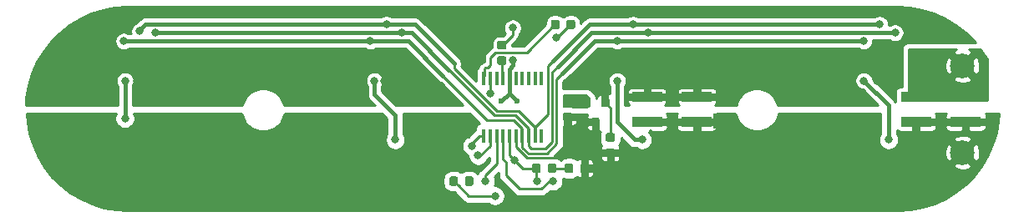
<source format=gbr>
G04 #@! TF.GenerationSoftware,KiCad,Pcbnew,(5.1.2)-2*
G04 #@! TF.CreationDate,2020-05-22T00:53:43-04:00*
G04 #@! TF.ProjectId,AddressableLED,41646472-6573-4736-9162-6c654c45442e,rev?*
G04 #@! TF.SameCoordinates,Original*
G04 #@! TF.FileFunction,Copper,L2,Bot*
G04 #@! TF.FilePolarity,Positive*
%FSLAX46Y46*%
G04 Gerber Fmt 4.6, Leading zero omitted, Abs format (unit mm)*
G04 Created by KiCad (PCBNEW (5.1.2)-2) date 2020-05-22 00:53:43*
%MOMM*%
%LPD*%
G04 APERTURE LIST*
%ADD10C,0.600000*%
%ADD11C,0.100000*%
%ADD12C,0.875000*%
%ADD13R,3.150000X1.000000*%
%ADD14C,2.500000*%
%ADD15R,0.450000X1.450000*%
%ADD16R,0.800000X0.900000*%
%ADD17C,0.800000*%
%ADD18C,0.450000*%
%ADD19C,0.250000*%
%ADD20C,0.254000*%
%ADD21C,0.150000*%
G04 APERTURE END LIST*
D10*
X170600000Y-119700000D03*
X169600000Y-119700000D03*
X168600000Y-119700000D03*
X167600000Y-119700000D03*
X166600000Y-119700000D03*
X165600000Y-119700000D03*
X164600000Y-119700000D03*
X163600000Y-119700000D03*
X162600000Y-119700000D03*
X161600000Y-119700000D03*
X160600000Y-119700000D03*
X170600000Y-118700000D03*
X169600000Y-118700000D03*
X168600000Y-118700000D03*
X167600000Y-118700000D03*
X166600000Y-118700000D03*
X165600000Y-118700000D03*
X164600000Y-118700000D03*
X163600000Y-118700000D03*
X162600000Y-118700000D03*
X161600000Y-118700000D03*
X160600000Y-118700000D03*
X170600000Y-117700000D03*
X169600000Y-117700000D03*
X168600000Y-117700000D03*
X167600000Y-117700000D03*
X166600000Y-117700000D03*
X165600000Y-117700000D03*
X164600000Y-117700000D03*
X163600000Y-117700000D03*
X162600000Y-117700000D03*
X161600000Y-117700000D03*
X160600000Y-117700000D03*
X170600000Y-116700000D03*
X169600000Y-116700000D03*
X168600000Y-116700000D03*
X167600000Y-116700000D03*
X166600000Y-116700000D03*
X165600000Y-116700000D03*
X164600000Y-116700000D03*
X163600000Y-116700000D03*
X162600000Y-116700000D03*
X161600000Y-116700000D03*
X160600000Y-116700000D03*
X170600000Y-115700000D03*
X169600000Y-115700000D03*
X168600000Y-115700000D03*
X167600000Y-115700000D03*
X166600000Y-115700000D03*
X165600000Y-115700000D03*
X164600000Y-115700000D03*
X163600000Y-115700000D03*
X162600000Y-115700000D03*
X161600000Y-115700000D03*
X160600000Y-115700000D03*
X120200000Y-119800000D03*
X119200000Y-119800000D03*
X118200000Y-119800000D03*
X117200000Y-119800000D03*
X116200000Y-119800000D03*
X115200000Y-119800000D03*
X114200000Y-119800000D03*
X113200000Y-119800000D03*
X112200000Y-119800000D03*
X111200000Y-119800000D03*
X110200000Y-119800000D03*
X120200000Y-118800000D03*
X119200000Y-118800000D03*
X118200000Y-118800000D03*
X117200000Y-118800000D03*
X116200000Y-118800000D03*
X115200000Y-118800000D03*
X114200000Y-118800000D03*
X113200000Y-118800000D03*
X112200000Y-118800000D03*
X111200000Y-118800000D03*
X110200000Y-118800000D03*
X120200000Y-117800000D03*
X119200000Y-117800000D03*
X118200000Y-117800000D03*
X117200000Y-117800000D03*
X116200000Y-117800000D03*
X115200000Y-117800000D03*
X114200000Y-117800000D03*
X113200000Y-117800000D03*
X112200000Y-117800000D03*
X111200000Y-117800000D03*
X110200000Y-117800000D03*
X120200000Y-116800000D03*
X119200000Y-116800000D03*
X118200000Y-116800000D03*
X117200000Y-116800000D03*
X116200000Y-116800000D03*
X115200000Y-116800000D03*
X114200000Y-116800000D03*
X113200000Y-116800000D03*
X112200000Y-116800000D03*
X111200000Y-116800000D03*
X110200000Y-116800000D03*
X120200000Y-115800000D03*
X119200000Y-115800000D03*
X118200000Y-115800000D03*
X117200000Y-115800000D03*
X116200000Y-115800000D03*
X115200000Y-115800000D03*
X114200000Y-115800000D03*
X113200000Y-115800000D03*
X112200000Y-115800000D03*
X111200000Y-115800000D03*
X110200000Y-115800000D03*
X168600000Y-114700000D03*
X167600000Y-114700000D03*
X166600000Y-114700000D03*
X165600000Y-114700000D03*
X164600000Y-114700000D03*
X163600000Y-114700000D03*
X162600000Y-114700000D03*
X161600000Y-114700000D03*
X160600000Y-114700000D03*
X120200000Y-114800000D03*
X168600000Y-113700000D03*
X167600000Y-113700000D03*
X166600000Y-113700000D03*
X165600000Y-113700000D03*
X164600000Y-113700000D03*
X163600000Y-113700000D03*
X162600000Y-113700000D03*
X161600000Y-113700000D03*
X160600000Y-113700000D03*
X120200000Y-113800000D03*
X168600000Y-112700000D03*
X167600000Y-112700000D03*
X166600000Y-112700000D03*
X165600000Y-112700000D03*
X164600000Y-112700000D03*
X163600000Y-112700000D03*
X162600000Y-112700000D03*
X161600000Y-112700000D03*
X160600000Y-112700000D03*
X120200000Y-112800000D03*
X168600000Y-111700000D03*
X167600000Y-111700000D03*
X166600000Y-111700000D03*
X162600000Y-111700000D03*
X161600000Y-111700000D03*
X160600000Y-111700000D03*
X120200000Y-111800000D03*
X168600000Y-110700000D03*
X167600000Y-110700000D03*
X161600000Y-110700000D03*
X160600000Y-110700000D03*
X120200000Y-110800000D03*
X170600000Y-114700000D03*
X169600000Y-114700000D03*
X119200000Y-114800000D03*
X118200000Y-114800000D03*
X117200000Y-114800000D03*
X116200000Y-114800000D03*
X115200000Y-114800000D03*
X170600000Y-113700000D03*
X169600000Y-113700000D03*
X119200000Y-113800000D03*
X118200000Y-113800000D03*
X117200000Y-113800000D03*
X116200000Y-113800000D03*
X115200000Y-113800000D03*
X170600000Y-112700000D03*
X169600000Y-112700000D03*
X119200000Y-112800000D03*
X118200000Y-112800000D03*
X117200000Y-112800000D03*
X116200000Y-112800000D03*
X115200000Y-112800000D03*
X170600000Y-111700000D03*
X169600000Y-111700000D03*
X119200000Y-111800000D03*
X118200000Y-111800000D03*
X117200000Y-111800000D03*
X170600000Y-110700000D03*
X169600000Y-110700000D03*
X119200000Y-110800000D03*
X118200000Y-110800000D03*
X117200000Y-110800000D03*
X114200000Y-114800000D03*
X113200000Y-114800000D03*
X112200000Y-114800000D03*
X111200000Y-114800000D03*
X110200000Y-114800000D03*
X114200000Y-113800000D03*
X113200000Y-113800000D03*
X112200000Y-113800000D03*
X111200000Y-113800000D03*
X110200000Y-113800000D03*
X114200000Y-112800000D03*
X113200000Y-112800000D03*
X112200000Y-112800000D03*
X111200000Y-112800000D03*
X110200000Y-112800000D03*
X112200000Y-111800000D03*
X111200000Y-111800000D03*
X110200000Y-111800000D03*
X112200000Y-110800000D03*
X111200000Y-110800000D03*
X110200000Y-110800000D03*
D11*
G36*
X134252691Y-116826053D02*
G01*
X134273926Y-116829203D01*
X134294750Y-116834419D01*
X134314962Y-116841651D01*
X134334368Y-116850830D01*
X134352781Y-116861866D01*
X134370024Y-116874654D01*
X134385930Y-116889070D01*
X134400346Y-116904976D01*
X134413134Y-116922219D01*
X134424170Y-116940632D01*
X134433349Y-116960038D01*
X134440581Y-116980250D01*
X134445797Y-117001074D01*
X134448947Y-117022309D01*
X134450000Y-117043750D01*
X134450000Y-117556250D01*
X134448947Y-117577691D01*
X134445797Y-117598926D01*
X134440581Y-117619750D01*
X134433349Y-117639962D01*
X134424170Y-117659368D01*
X134413134Y-117677781D01*
X134400346Y-117695024D01*
X134385930Y-117710930D01*
X134370024Y-117725346D01*
X134352781Y-117738134D01*
X134334368Y-117749170D01*
X134314962Y-117758349D01*
X134294750Y-117765581D01*
X134273926Y-117770797D01*
X134252691Y-117773947D01*
X134231250Y-117775000D01*
X133793750Y-117775000D01*
X133772309Y-117773947D01*
X133751074Y-117770797D01*
X133730250Y-117765581D01*
X133710038Y-117758349D01*
X133690632Y-117749170D01*
X133672219Y-117738134D01*
X133654976Y-117725346D01*
X133639070Y-117710930D01*
X133624654Y-117695024D01*
X133611866Y-117677781D01*
X133600830Y-117659368D01*
X133591651Y-117639962D01*
X133584419Y-117619750D01*
X133579203Y-117598926D01*
X133576053Y-117577691D01*
X133575000Y-117556250D01*
X133575000Y-117043750D01*
X133576053Y-117022309D01*
X133579203Y-117001074D01*
X133584419Y-116980250D01*
X133591651Y-116960038D01*
X133600830Y-116940632D01*
X133611866Y-116922219D01*
X133624654Y-116904976D01*
X133639070Y-116889070D01*
X133654976Y-116874654D01*
X133672219Y-116861866D01*
X133690632Y-116850830D01*
X133710038Y-116841651D01*
X133730250Y-116834419D01*
X133751074Y-116829203D01*
X133772309Y-116826053D01*
X133793750Y-116825000D01*
X134231250Y-116825000D01*
X134252691Y-116826053D01*
X134252691Y-116826053D01*
G37*
D12*
X134012500Y-117300000D03*
D11*
G36*
X135827691Y-116826053D02*
G01*
X135848926Y-116829203D01*
X135869750Y-116834419D01*
X135889962Y-116841651D01*
X135909368Y-116850830D01*
X135927781Y-116861866D01*
X135945024Y-116874654D01*
X135960930Y-116889070D01*
X135975346Y-116904976D01*
X135988134Y-116922219D01*
X135999170Y-116940632D01*
X136008349Y-116960038D01*
X136015581Y-116980250D01*
X136020797Y-117001074D01*
X136023947Y-117022309D01*
X136025000Y-117043750D01*
X136025000Y-117556250D01*
X136023947Y-117577691D01*
X136020797Y-117598926D01*
X136015581Y-117619750D01*
X136008349Y-117639962D01*
X135999170Y-117659368D01*
X135988134Y-117677781D01*
X135975346Y-117695024D01*
X135960930Y-117710930D01*
X135945024Y-117725346D01*
X135927781Y-117738134D01*
X135909368Y-117749170D01*
X135889962Y-117758349D01*
X135869750Y-117765581D01*
X135848926Y-117770797D01*
X135827691Y-117773947D01*
X135806250Y-117775000D01*
X135368750Y-117775000D01*
X135347309Y-117773947D01*
X135326074Y-117770797D01*
X135305250Y-117765581D01*
X135285038Y-117758349D01*
X135265632Y-117749170D01*
X135247219Y-117738134D01*
X135229976Y-117725346D01*
X135214070Y-117710930D01*
X135199654Y-117695024D01*
X135186866Y-117677781D01*
X135175830Y-117659368D01*
X135166651Y-117639962D01*
X135159419Y-117619750D01*
X135154203Y-117598926D01*
X135151053Y-117577691D01*
X135150000Y-117556250D01*
X135150000Y-117043750D01*
X135151053Y-117022309D01*
X135154203Y-117001074D01*
X135159419Y-116980250D01*
X135166651Y-116960038D01*
X135175830Y-116940632D01*
X135186866Y-116922219D01*
X135199654Y-116904976D01*
X135214070Y-116889070D01*
X135229976Y-116874654D01*
X135247219Y-116861866D01*
X135265632Y-116850830D01*
X135285038Y-116841651D01*
X135305250Y-116834419D01*
X135326074Y-116829203D01*
X135347309Y-116826053D01*
X135368750Y-116825000D01*
X135806250Y-116825000D01*
X135827691Y-116826053D01*
X135827691Y-116826053D01*
G37*
D12*
X135587500Y-117300000D03*
D13*
X180875000Y-111270000D03*
X180875000Y-108730000D03*
X185925000Y-108730000D03*
X185925000Y-111270000D03*
X158675000Y-108730000D03*
X153625000Y-108730000D03*
X158675000Y-111270000D03*
X153625000Y-111270000D03*
D14*
X185600000Y-114400000D03*
X185600000Y-105600000D03*
D15*
X137075000Y-112750000D03*
X137725000Y-112750000D03*
X138375000Y-112750000D03*
X139025000Y-112750000D03*
X139675000Y-112750000D03*
X140325000Y-112750000D03*
X140975000Y-112750000D03*
X141625000Y-112750000D03*
X142275000Y-112750000D03*
X142925000Y-112750000D03*
X142925000Y-106850000D03*
X142275000Y-106850000D03*
X141625000Y-106850000D03*
X140975000Y-106850000D03*
X140325000Y-106850000D03*
X139675000Y-106850000D03*
X139025000Y-106850000D03*
X138375000Y-106850000D03*
X137725000Y-106850000D03*
X137075000Y-106850000D03*
D16*
X148400000Y-111300000D03*
X149350000Y-109300000D03*
X147450000Y-109300000D03*
D11*
G36*
X146127691Y-100926053D02*
G01*
X146148926Y-100929203D01*
X146169750Y-100934419D01*
X146189962Y-100941651D01*
X146209368Y-100950830D01*
X146227781Y-100961866D01*
X146245024Y-100974654D01*
X146260930Y-100989070D01*
X146275346Y-101004976D01*
X146288134Y-101022219D01*
X146299170Y-101040632D01*
X146308349Y-101060038D01*
X146315581Y-101080250D01*
X146320797Y-101101074D01*
X146323947Y-101122309D01*
X146325000Y-101143750D01*
X146325000Y-101656250D01*
X146323947Y-101677691D01*
X146320797Y-101698926D01*
X146315581Y-101719750D01*
X146308349Y-101739962D01*
X146299170Y-101759368D01*
X146288134Y-101777781D01*
X146275346Y-101795024D01*
X146260930Y-101810930D01*
X146245024Y-101825346D01*
X146227781Y-101838134D01*
X146209368Y-101849170D01*
X146189962Y-101858349D01*
X146169750Y-101865581D01*
X146148926Y-101870797D01*
X146127691Y-101873947D01*
X146106250Y-101875000D01*
X145668750Y-101875000D01*
X145647309Y-101873947D01*
X145626074Y-101870797D01*
X145605250Y-101865581D01*
X145585038Y-101858349D01*
X145565632Y-101849170D01*
X145547219Y-101838134D01*
X145529976Y-101825346D01*
X145514070Y-101810930D01*
X145499654Y-101795024D01*
X145486866Y-101777781D01*
X145475830Y-101759368D01*
X145466651Y-101739962D01*
X145459419Y-101719750D01*
X145454203Y-101698926D01*
X145451053Y-101677691D01*
X145450000Y-101656250D01*
X145450000Y-101143750D01*
X145451053Y-101122309D01*
X145454203Y-101101074D01*
X145459419Y-101080250D01*
X145466651Y-101060038D01*
X145475830Y-101040632D01*
X145486866Y-101022219D01*
X145499654Y-101004976D01*
X145514070Y-100989070D01*
X145529976Y-100974654D01*
X145547219Y-100961866D01*
X145565632Y-100950830D01*
X145585038Y-100941651D01*
X145605250Y-100934419D01*
X145626074Y-100929203D01*
X145647309Y-100926053D01*
X145668750Y-100925000D01*
X146106250Y-100925000D01*
X146127691Y-100926053D01*
X146127691Y-100926053D01*
G37*
D12*
X145887500Y-101400000D03*
D11*
G36*
X144552691Y-100926053D02*
G01*
X144573926Y-100929203D01*
X144594750Y-100934419D01*
X144614962Y-100941651D01*
X144634368Y-100950830D01*
X144652781Y-100961866D01*
X144670024Y-100974654D01*
X144685930Y-100989070D01*
X144700346Y-101004976D01*
X144713134Y-101022219D01*
X144724170Y-101040632D01*
X144733349Y-101060038D01*
X144740581Y-101080250D01*
X144745797Y-101101074D01*
X144748947Y-101122309D01*
X144750000Y-101143750D01*
X144750000Y-101656250D01*
X144748947Y-101677691D01*
X144745797Y-101698926D01*
X144740581Y-101719750D01*
X144733349Y-101739962D01*
X144724170Y-101759368D01*
X144713134Y-101777781D01*
X144700346Y-101795024D01*
X144685930Y-101810930D01*
X144670024Y-101825346D01*
X144652781Y-101838134D01*
X144634368Y-101849170D01*
X144614962Y-101858349D01*
X144594750Y-101865581D01*
X144573926Y-101870797D01*
X144552691Y-101873947D01*
X144531250Y-101875000D01*
X144093750Y-101875000D01*
X144072309Y-101873947D01*
X144051074Y-101870797D01*
X144030250Y-101865581D01*
X144010038Y-101858349D01*
X143990632Y-101849170D01*
X143972219Y-101838134D01*
X143954976Y-101825346D01*
X143939070Y-101810930D01*
X143924654Y-101795024D01*
X143911866Y-101777781D01*
X143900830Y-101759368D01*
X143891651Y-101739962D01*
X143884419Y-101719750D01*
X143879203Y-101698926D01*
X143876053Y-101677691D01*
X143875000Y-101656250D01*
X143875000Y-101143750D01*
X143876053Y-101122309D01*
X143879203Y-101101074D01*
X143884419Y-101080250D01*
X143891651Y-101060038D01*
X143900830Y-101040632D01*
X143911866Y-101022219D01*
X143924654Y-101004976D01*
X143939070Y-100989070D01*
X143954976Y-100974654D01*
X143972219Y-100961866D01*
X143990632Y-100950830D01*
X144010038Y-100941651D01*
X144030250Y-100934419D01*
X144051074Y-100929203D01*
X144072309Y-100926053D01*
X144093750Y-100925000D01*
X144531250Y-100925000D01*
X144552691Y-100926053D01*
X144552691Y-100926053D01*
G37*
D12*
X144312500Y-101400000D03*
D11*
G36*
X139177691Y-103063553D02*
G01*
X139198926Y-103066703D01*
X139219750Y-103071919D01*
X139239962Y-103079151D01*
X139259368Y-103088330D01*
X139277781Y-103099366D01*
X139295024Y-103112154D01*
X139310930Y-103126570D01*
X139325346Y-103142476D01*
X139338134Y-103159719D01*
X139349170Y-103178132D01*
X139358349Y-103197538D01*
X139365581Y-103217750D01*
X139370797Y-103238574D01*
X139373947Y-103259809D01*
X139375000Y-103281250D01*
X139375000Y-103718750D01*
X139373947Y-103740191D01*
X139370797Y-103761426D01*
X139365581Y-103782250D01*
X139358349Y-103802462D01*
X139349170Y-103821868D01*
X139338134Y-103840281D01*
X139325346Y-103857524D01*
X139310930Y-103873430D01*
X139295024Y-103887846D01*
X139277781Y-103900634D01*
X139259368Y-103911670D01*
X139239962Y-103920849D01*
X139219750Y-103928081D01*
X139198926Y-103933297D01*
X139177691Y-103936447D01*
X139156250Y-103937500D01*
X138643750Y-103937500D01*
X138622309Y-103936447D01*
X138601074Y-103933297D01*
X138580250Y-103928081D01*
X138560038Y-103920849D01*
X138540632Y-103911670D01*
X138522219Y-103900634D01*
X138504976Y-103887846D01*
X138489070Y-103873430D01*
X138474654Y-103857524D01*
X138461866Y-103840281D01*
X138450830Y-103821868D01*
X138441651Y-103802462D01*
X138434419Y-103782250D01*
X138429203Y-103761426D01*
X138426053Y-103740191D01*
X138425000Y-103718750D01*
X138425000Y-103281250D01*
X138426053Y-103259809D01*
X138429203Y-103238574D01*
X138434419Y-103217750D01*
X138441651Y-103197538D01*
X138450830Y-103178132D01*
X138461866Y-103159719D01*
X138474654Y-103142476D01*
X138489070Y-103126570D01*
X138504976Y-103112154D01*
X138522219Y-103099366D01*
X138540632Y-103088330D01*
X138560038Y-103079151D01*
X138580250Y-103071919D01*
X138601074Y-103066703D01*
X138622309Y-103063553D01*
X138643750Y-103062500D01*
X139156250Y-103062500D01*
X139177691Y-103063553D01*
X139177691Y-103063553D01*
G37*
D12*
X138900000Y-103500000D03*
D11*
G36*
X139177691Y-104638553D02*
G01*
X139198926Y-104641703D01*
X139219750Y-104646919D01*
X139239962Y-104654151D01*
X139259368Y-104663330D01*
X139277781Y-104674366D01*
X139295024Y-104687154D01*
X139310930Y-104701570D01*
X139325346Y-104717476D01*
X139338134Y-104734719D01*
X139349170Y-104753132D01*
X139358349Y-104772538D01*
X139365581Y-104792750D01*
X139370797Y-104813574D01*
X139373947Y-104834809D01*
X139375000Y-104856250D01*
X139375000Y-105293750D01*
X139373947Y-105315191D01*
X139370797Y-105336426D01*
X139365581Y-105357250D01*
X139358349Y-105377462D01*
X139349170Y-105396868D01*
X139338134Y-105415281D01*
X139325346Y-105432524D01*
X139310930Y-105448430D01*
X139295024Y-105462846D01*
X139277781Y-105475634D01*
X139259368Y-105486670D01*
X139239962Y-105495849D01*
X139219750Y-105503081D01*
X139198926Y-105508297D01*
X139177691Y-105511447D01*
X139156250Y-105512500D01*
X138643750Y-105512500D01*
X138622309Y-105511447D01*
X138601074Y-105508297D01*
X138580250Y-105503081D01*
X138560038Y-105495849D01*
X138540632Y-105486670D01*
X138522219Y-105475634D01*
X138504976Y-105462846D01*
X138489070Y-105448430D01*
X138474654Y-105432524D01*
X138461866Y-105415281D01*
X138450830Y-105396868D01*
X138441651Y-105377462D01*
X138434419Y-105357250D01*
X138429203Y-105336426D01*
X138426053Y-105315191D01*
X138425000Y-105293750D01*
X138425000Y-104856250D01*
X138426053Y-104834809D01*
X138429203Y-104813574D01*
X138434419Y-104792750D01*
X138441651Y-104772538D01*
X138450830Y-104753132D01*
X138461866Y-104734719D01*
X138474654Y-104717476D01*
X138489070Y-104701570D01*
X138504976Y-104687154D01*
X138522219Y-104674366D01*
X138540632Y-104663330D01*
X138560038Y-104654151D01*
X138580250Y-104646919D01*
X138601074Y-104641703D01*
X138622309Y-104638553D01*
X138643750Y-104637500D01*
X139156250Y-104637500D01*
X139177691Y-104638553D01*
X139177691Y-104638553D01*
G37*
D12*
X138900000Y-105075000D03*
D11*
G36*
X147527691Y-115526053D02*
G01*
X147548926Y-115529203D01*
X147569750Y-115534419D01*
X147589962Y-115541651D01*
X147609368Y-115550830D01*
X147627781Y-115561866D01*
X147645024Y-115574654D01*
X147660930Y-115589070D01*
X147675346Y-115604976D01*
X147688134Y-115622219D01*
X147699170Y-115640632D01*
X147708349Y-115660038D01*
X147715581Y-115680250D01*
X147720797Y-115701074D01*
X147723947Y-115722309D01*
X147725000Y-115743750D01*
X147725000Y-116256250D01*
X147723947Y-116277691D01*
X147720797Y-116298926D01*
X147715581Y-116319750D01*
X147708349Y-116339962D01*
X147699170Y-116359368D01*
X147688134Y-116377781D01*
X147675346Y-116395024D01*
X147660930Y-116410930D01*
X147645024Y-116425346D01*
X147627781Y-116438134D01*
X147609368Y-116449170D01*
X147589962Y-116458349D01*
X147569750Y-116465581D01*
X147548926Y-116470797D01*
X147527691Y-116473947D01*
X147506250Y-116475000D01*
X147068750Y-116475000D01*
X147047309Y-116473947D01*
X147026074Y-116470797D01*
X147005250Y-116465581D01*
X146985038Y-116458349D01*
X146965632Y-116449170D01*
X146947219Y-116438134D01*
X146929976Y-116425346D01*
X146914070Y-116410930D01*
X146899654Y-116395024D01*
X146886866Y-116377781D01*
X146875830Y-116359368D01*
X146866651Y-116339962D01*
X146859419Y-116319750D01*
X146854203Y-116298926D01*
X146851053Y-116277691D01*
X146850000Y-116256250D01*
X146850000Y-115743750D01*
X146851053Y-115722309D01*
X146854203Y-115701074D01*
X146859419Y-115680250D01*
X146866651Y-115660038D01*
X146875830Y-115640632D01*
X146886866Y-115622219D01*
X146899654Y-115604976D01*
X146914070Y-115589070D01*
X146929976Y-115574654D01*
X146947219Y-115561866D01*
X146965632Y-115550830D01*
X146985038Y-115541651D01*
X147005250Y-115534419D01*
X147026074Y-115529203D01*
X147047309Y-115526053D01*
X147068750Y-115525000D01*
X147506250Y-115525000D01*
X147527691Y-115526053D01*
X147527691Y-115526053D01*
G37*
D12*
X147287500Y-116000000D03*
D11*
G36*
X145952691Y-115526053D02*
G01*
X145973926Y-115529203D01*
X145994750Y-115534419D01*
X146014962Y-115541651D01*
X146034368Y-115550830D01*
X146052781Y-115561866D01*
X146070024Y-115574654D01*
X146085930Y-115589070D01*
X146100346Y-115604976D01*
X146113134Y-115622219D01*
X146124170Y-115640632D01*
X146133349Y-115660038D01*
X146140581Y-115680250D01*
X146145797Y-115701074D01*
X146148947Y-115722309D01*
X146150000Y-115743750D01*
X146150000Y-116256250D01*
X146148947Y-116277691D01*
X146145797Y-116298926D01*
X146140581Y-116319750D01*
X146133349Y-116339962D01*
X146124170Y-116359368D01*
X146113134Y-116377781D01*
X146100346Y-116395024D01*
X146085930Y-116410930D01*
X146070024Y-116425346D01*
X146052781Y-116438134D01*
X146034368Y-116449170D01*
X146014962Y-116458349D01*
X145994750Y-116465581D01*
X145973926Y-116470797D01*
X145952691Y-116473947D01*
X145931250Y-116475000D01*
X145493750Y-116475000D01*
X145472309Y-116473947D01*
X145451074Y-116470797D01*
X145430250Y-116465581D01*
X145410038Y-116458349D01*
X145390632Y-116449170D01*
X145372219Y-116438134D01*
X145354976Y-116425346D01*
X145339070Y-116410930D01*
X145324654Y-116395024D01*
X145311866Y-116377781D01*
X145300830Y-116359368D01*
X145291651Y-116339962D01*
X145284419Y-116319750D01*
X145279203Y-116298926D01*
X145276053Y-116277691D01*
X145275000Y-116256250D01*
X145275000Y-115743750D01*
X145276053Y-115722309D01*
X145279203Y-115701074D01*
X145284419Y-115680250D01*
X145291651Y-115660038D01*
X145300830Y-115640632D01*
X145311866Y-115622219D01*
X145324654Y-115604976D01*
X145339070Y-115589070D01*
X145354976Y-115574654D01*
X145372219Y-115561866D01*
X145390632Y-115550830D01*
X145410038Y-115541651D01*
X145430250Y-115534419D01*
X145451074Y-115529203D01*
X145472309Y-115526053D01*
X145493750Y-115525000D01*
X145931250Y-115525000D01*
X145952691Y-115526053D01*
X145952691Y-115526053D01*
G37*
D12*
X145712500Y-116000000D03*
D11*
G36*
X142652691Y-115526053D02*
G01*
X142673926Y-115529203D01*
X142694750Y-115534419D01*
X142714962Y-115541651D01*
X142734368Y-115550830D01*
X142752781Y-115561866D01*
X142770024Y-115574654D01*
X142785930Y-115589070D01*
X142800346Y-115604976D01*
X142813134Y-115622219D01*
X142824170Y-115640632D01*
X142833349Y-115660038D01*
X142840581Y-115680250D01*
X142845797Y-115701074D01*
X142848947Y-115722309D01*
X142850000Y-115743750D01*
X142850000Y-116256250D01*
X142848947Y-116277691D01*
X142845797Y-116298926D01*
X142840581Y-116319750D01*
X142833349Y-116339962D01*
X142824170Y-116359368D01*
X142813134Y-116377781D01*
X142800346Y-116395024D01*
X142785930Y-116410930D01*
X142770024Y-116425346D01*
X142752781Y-116438134D01*
X142734368Y-116449170D01*
X142714962Y-116458349D01*
X142694750Y-116465581D01*
X142673926Y-116470797D01*
X142652691Y-116473947D01*
X142631250Y-116475000D01*
X142193750Y-116475000D01*
X142172309Y-116473947D01*
X142151074Y-116470797D01*
X142130250Y-116465581D01*
X142110038Y-116458349D01*
X142090632Y-116449170D01*
X142072219Y-116438134D01*
X142054976Y-116425346D01*
X142039070Y-116410930D01*
X142024654Y-116395024D01*
X142011866Y-116377781D01*
X142000830Y-116359368D01*
X141991651Y-116339962D01*
X141984419Y-116319750D01*
X141979203Y-116298926D01*
X141976053Y-116277691D01*
X141975000Y-116256250D01*
X141975000Y-115743750D01*
X141976053Y-115722309D01*
X141979203Y-115701074D01*
X141984419Y-115680250D01*
X141991651Y-115660038D01*
X142000830Y-115640632D01*
X142011866Y-115622219D01*
X142024654Y-115604976D01*
X142039070Y-115589070D01*
X142054976Y-115574654D01*
X142072219Y-115561866D01*
X142090632Y-115550830D01*
X142110038Y-115541651D01*
X142130250Y-115534419D01*
X142151074Y-115529203D01*
X142172309Y-115526053D01*
X142193750Y-115525000D01*
X142631250Y-115525000D01*
X142652691Y-115526053D01*
X142652691Y-115526053D01*
G37*
D12*
X142412500Y-116000000D03*
D11*
G36*
X144227691Y-115526053D02*
G01*
X144248926Y-115529203D01*
X144269750Y-115534419D01*
X144289962Y-115541651D01*
X144309368Y-115550830D01*
X144327781Y-115561866D01*
X144345024Y-115574654D01*
X144360930Y-115589070D01*
X144375346Y-115604976D01*
X144388134Y-115622219D01*
X144399170Y-115640632D01*
X144408349Y-115660038D01*
X144415581Y-115680250D01*
X144420797Y-115701074D01*
X144423947Y-115722309D01*
X144425000Y-115743750D01*
X144425000Y-116256250D01*
X144423947Y-116277691D01*
X144420797Y-116298926D01*
X144415581Y-116319750D01*
X144408349Y-116339962D01*
X144399170Y-116359368D01*
X144388134Y-116377781D01*
X144375346Y-116395024D01*
X144360930Y-116410930D01*
X144345024Y-116425346D01*
X144327781Y-116438134D01*
X144309368Y-116449170D01*
X144289962Y-116458349D01*
X144269750Y-116465581D01*
X144248926Y-116470797D01*
X144227691Y-116473947D01*
X144206250Y-116475000D01*
X143768750Y-116475000D01*
X143747309Y-116473947D01*
X143726074Y-116470797D01*
X143705250Y-116465581D01*
X143685038Y-116458349D01*
X143665632Y-116449170D01*
X143647219Y-116438134D01*
X143629976Y-116425346D01*
X143614070Y-116410930D01*
X143599654Y-116395024D01*
X143586866Y-116377781D01*
X143575830Y-116359368D01*
X143566651Y-116339962D01*
X143559419Y-116319750D01*
X143554203Y-116298926D01*
X143551053Y-116277691D01*
X143550000Y-116256250D01*
X143550000Y-115743750D01*
X143551053Y-115722309D01*
X143554203Y-115701074D01*
X143559419Y-115680250D01*
X143566651Y-115660038D01*
X143575830Y-115640632D01*
X143586866Y-115622219D01*
X143599654Y-115604976D01*
X143614070Y-115589070D01*
X143629976Y-115574654D01*
X143647219Y-115561866D01*
X143665632Y-115550830D01*
X143685038Y-115541651D01*
X143705250Y-115534419D01*
X143726074Y-115529203D01*
X143747309Y-115526053D01*
X143768750Y-115525000D01*
X144206250Y-115525000D01*
X144227691Y-115526053D01*
X144227691Y-115526053D01*
G37*
D12*
X143987500Y-116000000D03*
D11*
G36*
X145827691Y-110351053D02*
G01*
X145848926Y-110354203D01*
X145869750Y-110359419D01*
X145889962Y-110366651D01*
X145909368Y-110375830D01*
X145927781Y-110386866D01*
X145945024Y-110399654D01*
X145960930Y-110414070D01*
X145975346Y-110429976D01*
X145988134Y-110447219D01*
X145999170Y-110465632D01*
X146008349Y-110485038D01*
X146015581Y-110505250D01*
X146020797Y-110526074D01*
X146023947Y-110547309D01*
X146025000Y-110568750D01*
X146025000Y-111006250D01*
X146023947Y-111027691D01*
X146020797Y-111048926D01*
X146015581Y-111069750D01*
X146008349Y-111089962D01*
X145999170Y-111109368D01*
X145988134Y-111127781D01*
X145975346Y-111145024D01*
X145960930Y-111160930D01*
X145945024Y-111175346D01*
X145927781Y-111188134D01*
X145909368Y-111199170D01*
X145889962Y-111208349D01*
X145869750Y-111215581D01*
X145848926Y-111220797D01*
X145827691Y-111223947D01*
X145806250Y-111225000D01*
X145293750Y-111225000D01*
X145272309Y-111223947D01*
X145251074Y-111220797D01*
X145230250Y-111215581D01*
X145210038Y-111208349D01*
X145190632Y-111199170D01*
X145172219Y-111188134D01*
X145154976Y-111175346D01*
X145139070Y-111160930D01*
X145124654Y-111145024D01*
X145111866Y-111127781D01*
X145100830Y-111109368D01*
X145091651Y-111089962D01*
X145084419Y-111069750D01*
X145079203Y-111048926D01*
X145076053Y-111027691D01*
X145075000Y-111006250D01*
X145075000Y-110568750D01*
X145076053Y-110547309D01*
X145079203Y-110526074D01*
X145084419Y-110505250D01*
X145091651Y-110485038D01*
X145100830Y-110465632D01*
X145111866Y-110447219D01*
X145124654Y-110429976D01*
X145139070Y-110414070D01*
X145154976Y-110399654D01*
X145172219Y-110386866D01*
X145190632Y-110375830D01*
X145210038Y-110366651D01*
X145230250Y-110359419D01*
X145251074Y-110354203D01*
X145272309Y-110351053D01*
X145293750Y-110350000D01*
X145806250Y-110350000D01*
X145827691Y-110351053D01*
X145827691Y-110351053D01*
G37*
D12*
X145550000Y-110787500D03*
D11*
G36*
X145827691Y-108776053D02*
G01*
X145848926Y-108779203D01*
X145869750Y-108784419D01*
X145889962Y-108791651D01*
X145909368Y-108800830D01*
X145927781Y-108811866D01*
X145945024Y-108824654D01*
X145960930Y-108839070D01*
X145975346Y-108854976D01*
X145988134Y-108872219D01*
X145999170Y-108890632D01*
X146008349Y-108910038D01*
X146015581Y-108930250D01*
X146020797Y-108951074D01*
X146023947Y-108972309D01*
X146025000Y-108993750D01*
X146025000Y-109431250D01*
X146023947Y-109452691D01*
X146020797Y-109473926D01*
X146015581Y-109494750D01*
X146008349Y-109514962D01*
X145999170Y-109534368D01*
X145988134Y-109552781D01*
X145975346Y-109570024D01*
X145960930Y-109585930D01*
X145945024Y-109600346D01*
X145927781Y-109613134D01*
X145909368Y-109624170D01*
X145889962Y-109633349D01*
X145869750Y-109640581D01*
X145848926Y-109645797D01*
X145827691Y-109648947D01*
X145806250Y-109650000D01*
X145293750Y-109650000D01*
X145272309Y-109648947D01*
X145251074Y-109645797D01*
X145230250Y-109640581D01*
X145210038Y-109633349D01*
X145190632Y-109624170D01*
X145172219Y-109613134D01*
X145154976Y-109600346D01*
X145139070Y-109585930D01*
X145124654Y-109570024D01*
X145111866Y-109552781D01*
X145100830Y-109534368D01*
X145091651Y-109514962D01*
X145084419Y-109494750D01*
X145079203Y-109473926D01*
X145076053Y-109452691D01*
X145075000Y-109431250D01*
X145075000Y-108993750D01*
X145076053Y-108972309D01*
X145079203Y-108951074D01*
X145084419Y-108930250D01*
X145091651Y-108910038D01*
X145100830Y-108890632D01*
X145111866Y-108872219D01*
X145124654Y-108854976D01*
X145139070Y-108839070D01*
X145154976Y-108824654D01*
X145172219Y-108811866D01*
X145190632Y-108800830D01*
X145210038Y-108791651D01*
X145230250Y-108784419D01*
X145251074Y-108779203D01*
X145272309Y-108776053D01*
X145293750Y-108775000D01*
X145806250Y-108775000D01*
X145827691Y-108776053D01*
X145827691Y-108776053D01*
G37*
D12*
X145550000Y-109212500D03*
D11*
G36*
X150177691Y-114001053D02*
G01*
X150198926Y-114004203D01*
X150219750Y-114009419D01*
X150239962Y-114016651D01*
X150259368Y-114025830D01*
X150277781Y-114036866D01*
X150295024Y-114049654D01*
X150310930Y-114064070D01*
X150325346Y-114079976D01*
X150338134Y-114097219D01*
X150349170Y-114115632D01*
X150358349Y-114135038D01*
X150365581Y-114155250D01*
X150370797Y-114176074D01*
X150373947Y-114197309D01*
X150375000Y-114218750D01*
X150375000Y-114656250D01*
X150373947Y-114677691D01*
X150370797Y-114698926D01*
X150365581Y-114719750D01*
X150358349Y-114739962D01*
X150349170Y-114759368D01*
X150338134Y-114777781D01*
X150325346Y-114795024D01*
X150310930Y-114810930D01*
X150295024Y-114825346D01*
X150277781Y-114838134D01*
X150259368Y-114849170D01*
X150239962Y-114858349D01*
X150219750Y-114865581D01*
X150198926Y-114870797D01*
X150177691Y-114873947D01*
X150156250Y-114875000D01*
X149643750Y-114875000D01*
X149622309Y-114873947D01*
X149601074Y-114870797D01*
X149580250Y-114865581D01*
X149560038Y-114858349D01*
X149540632Y-114849170D01*
X149522219Y-114838134D01*
X149504976Y-114825346D01*
X149489070Y-114810930D01*
X149474654Y-114795024D01*
X149461866Y-114777781D01*
X149450830Y-114759368D01*
X149441651Y-114739962D01*
X149434419Y-114719750D01*
X149429203Y-114698926D01*
X149426053Y-114677691D01*
X149425000Y-114656250D01*
X149425000Y-114218750D01*
X149426053Y-114197309D01*
X149429203Y-114176074D01*
X149434419Y-114155250D01*
X149441651Y-114135038D01*
X149450830Y-114115632D01*
X149461866Y-114097219D01*
X149474654Y-114079976D01*
X149489070Y-114064070D01*
X149504976Y-114049654D01*
X149522219Y-114036866D01*
X149540632Y-114025830D01*
X149560038Y-114016651D01*
X149580250Y-114009419D01*
X149601074Y-114004203D01*
X149622309Y-114001053D01*
X149643750Y-114000000D01*
X150156250Y-114000000D01*
X150177691Y-114001053D01*
X150177691Y-114001053D01*
G37*
D12*
X149900000Y-114437500D03*
D11*
G36*
X150177691Y-112426053D02*
G01*
X150198926Y-112429203D01*
X150219750Y-112434419D01*
X150239962Y-112441651D01*
X150259368Y-112450830D01*
X150277781Y-112461866D01*
X150295024Y-112474654D01*
X150310930Y-112489070D01*
X150325346Y-112504976D01*
X150338134Y-112522219D01*
X150349170Y-112540632D01*
X150358349Y-112560038D01*
X150365581Y-112580250D01*
X150370797Y-112601074D01*
X150373947Y-112622309D01*
X150375000Y-112643750D01*
X150375000Y-113081250D01*
X150373947Y-113102691D01*
X150370797Y-113123926D01*
X150365581Y-113144750D01*
X150358349Y-113164962D01*
X150349170Y-113184368D01*
X150338134Y-113202781D01*
X150325346Y-113220024D01*
X150310930Y-113235930D01*
X150295024Y-113250346D01*
X150277781Y-113263134D01*
X150259368Y-113274170D01*
X150239962Y-113283349D01*
X150219750Y-113290581D01*
X150198926Y-113295797D01*
X150177691Y-113298947D01*
X150156250Y-113300000D01*
X149643750Y-113300000D01*
X149622309Y-113298947D01*
X149601074Y-113295797D01*
X149580250Y-113290581D01*
X149560038Y-113283349D01*
X149540632Y-113274170D01*
X149522219Y-113263134D01*
X149504976Y-113250346D01*
X149489070Y-113235930D01*
X149474654Y-113220024D01*
X149461866Y-113202781D01*
X149450830Y-113184368D01*
X149441651Y-113164962D01*
X149434419Y-113144750D01*
X149429203Y-113123926D01*
X149426053Y-113102691D01*
X149425000Y-113081250D01*
X149425000Y-112643750D01*
X149426053Y-112622309D01*
X149429203Y-112601074D01*
X149434419Y-112580250D01*
X149441651Y-112560038D01*
X149450830Y-112540632D01*
X149461866Y-112522219D01*
X149474654Y-112504976D01*
X149489070Y-112489070D01*
X149504976Y-112474654D01*
X149522219Y-112461866D01*
X149540632Y-112450830D01*
X149560038Y-112441651D01*
X149580250Y-112434419D01*
X149601074Y-112429203D01*
X149622309Y-112426053D01*
X149643750Y-112425000D01*
X150156250Y-112425000D01*
X150177691Y-112426053D01*
X150177691Y-112426053D01*
G37*
D12*
X149900000Y-112862500D03*
D17*
X175600000Y-107100000D03*
X178100000Y-113100000D03*
X144450000Y-102700000D03*
X150600000Y-107100000D03*
X153122800Y-113100000D03*
X126000000Y-107100000D03*
X128100000Y-113100000D03*
X100700000Y-107100000D03*
X100700000Y-110950002D03*
X135600000Y-117300000D03*
D10*
X140450000Y-109200000D03*
D17*
X140050000Y-105000000D03*
D10*
X138861948Y-109200000D03*
D17*
X145500000Y-109250000D03*
X140200000Y-115200000D03*
X142412500Y-116000000D03*
X142512500Y-117300000D03*
X140000000Y-101750000D03*
X153763900Y-102250000D03*
X178763900Y-102250000D03*
X103763900Y-102250000D03*
X128763900Y-102250000D03*
X150576200Y-103100000D03*
X175576200Y-103100000D03*
X100576200Y-103100000D03*
X125576200Y-103100000D03*
X152189100Y-101400000D03*
X177189100Y-101400000D03*
X102200000Y-102100000D03*
X127189100Y-101400000D03*
X129200000Y-107100000D03*
X151900000Y-107100000D03*
X153100000Y-107100000D03*
X154200000Y-107100000D03*
X176900000Y-107100000D03*
X178100000Y-107100000D03*
X179200000Y-107100000D03*
X127000000Y-107100000D03*
X128100000Y-107100000D03*
X104200000Y-107100000D03*
X103100000Y-107100000D03*
X101900000Y-107100000D03*
X135874990Y-113743847D03*
X136500000Y-114700000D03*
X137200000Y-117300000D03*
X138200000Y-118800000D03*
X134000000Y-117300000D03*
X137700000Y-108400000D03*
X144100000Y-117300000D03*
D18*
X178100000Y-113100000D02*
X178100000Y-109600000D01*
X175600000Y-107100000D02*
X178100000Y-109600000D01*
D19*
X144537500Y-102700000D02*
X145837500Y-101400000D01*
X144450000Y-102700000D02*
X144537500Y-102700000D01*
X141413600Y-114950010D02*
X144549990Y-114950010D01*
X140325000Y-112750000D02*
X140325000Y-113861410D01*
X140325000Y-113861410D02*
X141413600Y-114950010D01*
X144549990Y-114950010D02*
X145100000Y-114400000D01*
D18*
X150600000Y-108400000D02*
X150600000Y-107100000D01*
X150600000Y-111300000D02*
X150600000Y-108400000D01*
X152377200Y-113077200D02*
X150600000Y-111300000D01*
X153122800Y-113100000D02*
X153100000Y-113077200D01*
X153100000Y-113077200D02*
X152377200Y-113077200D01*
X128100000Y-110600000D02*
X128100000Y-113100000D01*
X126000000Y-107100000D02*
X126000000Y-108500000D01*
X126000000Y-108500000D02*
X128100000Y-110600000D01*
X100700000Y-107100000D02*
X100700000Y-110950002D01*
X140450000Y-109200000D02*
X139675000Y-108425000D01*
X139675001Y-108025001D02*
X139675000Y-108025000D01*
X139675001Y-108374999D02*
X139675001Y-108025001D01*
X138861948Y-109188052D02*
X139675001Y-108374999D01*
X139675000Y-108425000D02*
X139675000Y-108025000D01*
X139675000Y-108025000D02*
X139675000Y-106850000D01*
D19*
X147350000Y-109400000D02*
X147450000Y-109300000D01*
X139675000Y-114675000D02*
X139800001Y-114800001D01*
X139675000Y-112750000D02*
X139675000Y-114675000D01*
X139800001Y-114800001D02*
X140200000Y-115200000D01*
X142412500Y-116013590D02*
X142412500Y-116000000D01*
X141000000Y-116000000D02*
X140200000Y-115200000D01*
X142412500Y-116000000D02*
X142412500Y-116000000D01*
D18*
X139675000Y-105940685D02*
X139675000Y-106850000D01*
X140050000Y-105565685D02*
X139675000Y-105940685D01*
X140050000Y-105000000D02*
X140050000Y-105565685D01*
D19*
X142412500Y-116000000D02*
X141000000Y-116000000D01*
X142412500Y-117200000D02*
X142512500Y-117300000D01*
X142412500Y-116000000D02*
X142412500Y-117200000D01*
X140000000Y-102462500D02*
X139000000Y-103462500D01*
X140000000Y-101750000D02*
X140000000Y-102462500D01*
X138149990Y-110649990D02*
X133400000Y-105900000D01*
X140299990Y-110649990D02*
X138149990Y-110649990D01*
X141625000Y-112750000D02*
X141625000Y-111975000D01*
X141625000Y-111975000D02*
X140299990Y-110649990D01*
D18*
X129750000Y-102250000D02*
X133500000Y-106000000D01*
D19*
X141625000Y-112750000D02*
X141625000Y-113775000D01*
X141850000Y-114000000D02*
X143313590Y-114000000D01*
X143313590Y-114000000D02*
X144000000Y-113313590D01*
X144000000Y-113313590D02*
X144000000Y-106250000D01*
X141625000Y-113775000D02*
X141850000Y-114000000D01*
X144000000Y-106250000D02*
X144550000Y-105700000D01*
D18*
X148000000Y-102250000D02*
X178763900Y-102250000D01*
X144550000Y-105700000D02*
X148000000Y-102250000D01*
X178763900Y-102250000D02*
X178763900Y-102250000D01*
X103800000Y-102250000D02*
X128700000Y-102250000D01*
X128700000Y-102250000D02*
X129750000Y-102250000D01*
X129400000Y-103100000D02*
X125600000Y-103100000D01*
X132900000Y-106600000D02*
X129400000Y-103100000D01*
X148300000Y-103100000D02*
X152200000Y-103100000D01*
X145050000Y-106350000D02*
X148300000Y-103100000D01*
X152200000Y-103100000D02*
X175550000Y-103100000D01*
X125600000Y-103100000D02*
X100650000Y-103100000D01*
D19*
X144450011Y-106949989D02*
X144450011Y-113499989D01*
X144450011Y-113499989D02*
X143450000Y-114500000D01*
X143450000Y-114500000D02*
X141600000Y-114500000D01*
X141600000Y-114500000D02*
X140975000Y-113875000D01*
X145050000Y-106350000D02*
X144450011Y-106949989D01*
X134000000Y-105310002D02*
X134000000Y-105300000D01*
D18*
X147800000Y-101400000D02*
X144100000Y-105100000D01*
X152200000Y-101400000D02*
X147800000Y-101400000D01*
X177200000Y-101400000D02*
X152200000Y-101400000D01*
X102200000Y-101950000D02*
X102200000Y-102100000D01*
X102750000Y-101400000D02*
X102200000Y-101950000D01*
X134100000Y-105400000D02*
X130100000Y-101400000D01*
X130100000Y-101400000D02*
X102750000Y-101400000D01*
D19*
X134100000Y-105873002D02*
X134100000Y-105400000D01*
X138426978Y-110199980D02*
X134100000Y-105873002D01*
X142175001Y-111764999D02*
X140609982Y-110199980D01*
X140609982Y-110199980D02*
X138426978Y-110199980D01*
X143549990Y-105650010D02*
X143549990Y-110500010D01*
X143549990Y-110500010D02*
X142275000Y-111775000D01*
X144100000Y-105100000D02*
X143549990Y-105650010D01*
X142275000Y-111775000D02*
X142275000Y-112750000D01*
X142275000Y-112750000D02*
X142175001Y-112750000D01*
X142175001Y-112750000D02*
X142175001Y-111764999D01*
X143987500Y-116000000D02*
X145712500Y-116000000D01*
X149900000Y-109850000D02*
X149350000Y-109300000D01*
X149900000Y-112862500D02*
X149900000Y-109850000D01*
X135874990Y-113475010D02*
X135874990Y-113743847D01*
X136600000Y-112750000D02*
X135874990Y-113475010D01*
X137075000Y-112750000D02*
X136600000Y-112750000D01*
X137725000Y-113725000D02*
X136750000Y-114700000D01*
X137725000Y-112750000D02*
X137725000Y-113725000D01*
X136750000Y-114700000D02*
X136500000Y-114700000D01*
X138950000Y-106775000D02*
X139025000Y-106850000D01*
X138950000Y-104987500D02*
X138950000Y-106775000D01*
X139500000Y-104250000D02*
X141412500Y-104250000D01*
X139475010Y-104274990D02*
X139500000Y-104250000D01*
X138225010Y-104274990D02*
X139475010Y-104274990D01*
X137750000Y-104750000D02*
X138225010Y-104274990D01*
X137075000Y-106850000D02*
X137075000Y-106675000D01*
X137750000Y-105500000D02*
X137750000Y-104750000D01*
X137174999Y-106575001D02*
X137174999Y-105864999D01*
X137075000Y-106675000D02*
X137174999Y-106575001D01*
X137174999Y-105864999D02*
X137239999Y-105799999D01*
X137239999Y-105799999D02*
X137450001Y-105799999D01*
X141412500Y-104250000D02*
X144262500Y-101400000D01*
X137450001Y-105799999D02*
X137750000Y-105500000D01*
X140975000Y-111961410D02*
X140975000Y-112750000D01*
X140113590Y-111100000D02*
X140975000Y-111961410D01*
X132900000Y-106600000D02*
X137400000Y-111100000D01*
X137400000Y-111100000D02*
X140113590Y-111100000D01*
X140975000Y-113875000D02*
X140975000Y-112750000D01*
X138375000Y-113725000D02*
X138375000Y-112750000D01*
X138375000Y-115559315D02*
X138375000Y-113725000D01*
X137200000Y-116734315D02*
X138375000Y-115559315D01*
X137200000Y-117300000D02*
X137200000Y-116734315D01*
X137725000Y-108375000D02*
X137700000Y-108400000D01*
X137725000Y-106850000D02*
X137725000Y-108375000D01*
X134474112Y-117761612D02*
X134012500Y-117300000D01*
X135512500Y-118800000D02*
X134474112Y-117761612D01*
X138200000Y-118800000D02*
X135512500Y-118800000D01*
X139025000Y-113725000D02*
X139025000Y-112750000D01*
X139025000Y-115098002D02*
X139025000Y-113725000D01*
X143700000Y-117300000D02*
X142900000Y-118100000D01*
X144100000Y-117300000D02*
X143700000Y-117300000D01*
X142900000Y-118100000D02*
X140700000Y-118100000D01*
X140700000Y-118100000D02*
X139300000Y-116700000D01*
X139300000Y-116700000D02*
X139300000Y-115373002D01*
X139300000Y-115373002D02*
X139025000Y-115098002D01*
D20*
G36*
X180249048Y-99678394D02*
G01*
X181480013Y-99903208D01*
X182675051Y-100274278D01*
X183816844Y-100786224D01*
X184888872Y-101431636D01*
X185875598Y-102201164D01*
X186762730Y-103083664D01*
X186911990Y-103273000D01*
X180000000Y-103273000D01*
X179897187Y-103283126D01*
X179798326Y-103313115D01*
X179707214Y-103361816D01*
X179627355Y-103427355D01*
X179561816Y-103507214D01*
X179513115Y-103598326D01*
X179483126Y-103697187D01*
X179473000Y-103800000D01*
X179473000Y-107700451D01*
X179300000Y-107700451D01*
X179196690Y-107710626D01*
X179097350Y-107740761D01*
X179005798Y-107789696D01*
X178925552Y-107855552D01*
X178859696Y-107935798D01*
X178810761Y-108027350D01*
X178780626Y-108126690D01*
X178770451Y-108230000D01*
X178770451Y-109230000D01*
X178773961Y-109265634D01*
X178728290Y-109180190D01*
X178634317Y-109065683D01*
X178605626Y-109042137D01*
X176515780Y-106952292D01*
X176491376Y-106829604D01*
X176421496Y-106660901D01*
X176320048Y-106509072D01*
X176190928Y-106379952D01*
X176039099Y-106278504D01*
X175870396Y-106208624D01*
X175691301Y-106173000D01*
X175508699Y-106173000D01*
X175329604Y-106208624D01*
X175160901Y-106278504D01*
X175009072Y-106379952D01*
X174879952Y-106509072D01*
X174778504Y-106660901D01*
X174708624Y-106829604D01*
X174673000Y-107008699D01*
X174673000Y-107191301D01*
X174708624Y-107370396D01*
X174778504Y-107539099D01*
X174879952Y-107690928D01*
X175009072Y-107820048D01*
X175160901Y-107921496D01*
X175329604Y-107991376D01*
X175452292Y-108015780D01*
X177009511Y-109573000D01*
X166833735Y-109573000D01*
X166795261Y-109379577D01*
X166634923Y-108992488D01*
X166402149Y-108644116D01*
X166105884Y-108347851D01*
X165757512Y-108115077D01*
X165370423Y-107954739D01*
X164959491Y-107873000D01*
X164540509Y-107873000D01*
X164129577Y-107954739D01*
X163742488Y-108115077D01*
X163394116Y-108347851D01*
X163097851Y-108644116D01*
X162865077Y-108992488D01*
X162704739Y-109379577D01*
X162666265Y-109573000D01*
X160505136Y-109573000D01*
X160553395Y-109533395D01*
X160606755Y-109468376D01*
X160646405Y-109394196D01*
X160670822Y-109313707D01*
X160679066Y-109230000D01*
X160677000Y-109109750D01*
X160570250Y-109003000D01*
X158948000Y-109003000D01*
X158948000Y-109023000D01*
X158402000Y-109023000D01*
X158402000Y-109003000D01*
X156779750Y-109003000D01*
X156673000Y-109109750D01*
X156670934Y-109230000D01*
X156679178Y-109313707D01*
X156703595Y-109394196D01*
X156743245Y-109468376D01*
X156796605Y-109533395D01*
X156844864Y-109573000D01*
X155455136Y-109573000D01*
X155503395Y-109533395D01*
X155556755Y-109468376D01*
X155596405Y-109394196D01*
X155620822Y-109313707D01*
X155629066Y-109230000D01*
X155627000Y-109109750D01*
X155520250Y-109003000D01*
X153898000Y-109003000D01*
X153898000Y-109023000D01*
X153352000Y-109023000D01*
X153352000Y-109003000D01*
X151729750Y-109003000D01*
X151623000Y-109109750D01*
X151620934Y-109230000D01*
X151629178Y-109313707D01*
X151653595Y-109394196D01*
X151693245Y-109468376D01*
X151746605Y-109533395D01*
X151794864Y-109573000D01*
X151352000Y-109573000D01*
X151352000Y-108230000D01*
X151620934Y-108230000D01*
X151623000Y-108350250D01*
X151729750Y-108457000D01*
X153352000Y-108457000D01*
X153352000Y-107909750D01*
X153898000Y-107909750D01*
X153898000Y-108457000D01*
X155520250Y-108457000D01*
X155627000Y-108350250D01*
X155629066Y-108230000D01*
X156670934Y-108230000D01*
X156673000Y-108350250D01*
X156779750Y-108457000D01*
X158402000Y-108457000D01*
X158402000Y-107909750D01*
X158948000Y-107909750D01*
X158948000Y-108457000D01*
X160570250Y-108457000D01*
X160677000Y-108350250D01*
X160679066Y-108230000D01*
X160670822Y-108146293D01*
X160646405Y-108065804D01*
X160606755Y-107991624D01*
X160553395Y-107926605D01*
X160488376Y-107873245D01*
X160414196Y-107833595D01*
X160333707Y-107809178D01*
X160250000Y-107800934D01*
X159054750Y-107803000D01*
X158948000Y-107909750D01*
X158402000Y-107909750D01*
X158295250Y-107803000D01*
X157100000Y-107800934D01*
X157016293Y-107809178D01*
X156935804Y-107833595D01*
X156861624Y-107873245D01*
X156796605Y-107926605D01*
X156743245Y-107991624D01*
X156703595Y-108065804D01*
X156679178Y-108146293D01*
X156670934Y-108230000D01*
X155629066Y-108230000D01*
X155620822Y-108146293D01*
X155596405Y-108065804D01*
X155556755Y-107991624D01*
X155503395Y-107926605D01*
X155438376Y-107873245D01*
X155364196Y-107833595D01*
X155283707Y-107809178D01*
X155200000Y-107800934D01*
X154004750Y-107803000D01*
X153898000Y-107909750D01*
X153352000Y-107909750D01*
X153245250Y-107803000D01*
X152050000Y-107800934D01*
X151966293Y-107809178D01*
X151885804Y-107833595D01*
X151811624Y-107873245D01*
X151746605Y-107926605D01*
X151693245Y-107991624D01*
X151653595Y-108065804D01*
X151629178Y-108146293D01*
X151620934Y-108230000D01*
X151352000Y-108230000D01*
X151352000Y-107643108D01*
X151421496Y-107539099D01*
X151491376Y-107370396D01*
X151527000Y-107191301D01*
X151527000Y-107008699D01*
X151491376Y-106829604D01*
X151421496Y-106660901D01*
X151320048Y-106509072D01*
X151190928Y-106379952D01*
X151039099Y-106278504D01*
X150870396Y-106208624D01*
X150691301Y-106173000D01*
X150508699Y-106173000D01*
X150329604Y-106208624D01*
X150160901Y-106278504D01*
X150009072Y-106379952D01*
X149879952Y-106509072D01*
X149778504Y-106660901D01*
X149708624Y-106829604D01*
X149673000Y-107008699D01*
X149673000Y-107191301D01*
X149708624Y-107370396D01*
X149778504Y-107539099D01*
X149848001Y-107643109D01*
X149848000Y-108433514D01*
X149833707Y-108429178D01*
X149750000Y-108420934D01*
X149729750Y-108423000D01*
X149623000Y-108529750D01*
X149623000Y-109027000D01*
X149643000Y-109027000D01*
X149643000Y-109573000D01*
X149057000Y-109573000D01*
X149057000Y-109027000D01*
X149077000Y-109027000D01*
X149077000Y-108529750D01*
X148970250Y-108423000D01*
X148950000Y-108420934D01*
X148866293Y-108429178D01*
X148785804Y-108453595D01*
X148711624Y-108493245D01*
X148646605Y-108546605D01*
X148593245Y-108611624D01*
X148553595Y-108685804D01*
X148529178Y-108766293D01*
X148520934Y-108850000D01*
X148522349Y-108898121D01*
X148499963Y-108785577D01*
X148463827Y-108666454D01*
X148405147Y-108556671D01*
X148340115Y-108459344D01*
X148261145Y-108363119D01*
X148036881Y-108138855D01*
X147940656Y-108059885D01*
X147843329Y-107994853D01*
X147733544Y-107936172D01*
X147614423Y-107900037D01*
X147499618Y-107877201D01*
X147375736Y-107865000D01*
X145102011Y-107865000D01*
X145102011Y-107220055D01*
X145245549Y-107076517D01*
X145339169Y-107048118D01*
X145469810Y-106978290D01*
X145555625Y-106907863D01*
X148611489Y-103852000D01*
X150033092Y-103852000D01*
X150137101Y-103921496D01*
X150305804Y-103991376D01*
X150484899Y-104027000D01*
X150667501Y-104027000D01*
X150846596Y-103991376D01*
X151015299Y-103921496D01*
X151119308Y-103852000D01*
X175033092Y-103852000D01*
X175137101Y-103921496D01*
X175305804Y-103991376D01*
X175484899Y-104027000D01*
X175667501Y-104027000D01*
X175846596Y-103991376D01*
X176015299Y-103921496D01*
X176167128Y-103820048D01*
X176296248Y-103690928D01*
X176397696Y-103539099D01*
X176467576Y-103370396D01*
X176503200Y-103191301D01*
X176503200Y-103008699D01*
X176501867Y-103002000D01*
X178220792Y-103002000D01*
X178324801Y-103071496D01*
X178493504Y-103141376D01*
X178672599Y-103177000D01*
X178855201Y-103177000D01*
X179034296Y-103141376D01*
X179202999Y-103071496D01*
X179354828Y-102970048D01*
X179483948Y-102840928D01*
X179585396Y-102689099D01*
X179655276Y-102520396D01*
X179690900Y-102341301D01*
X179690900Y-102158699D01*
X179655276Y-101979604D01*
X179585396Y-101810901D01*
X179483948Y-101659072D01*
X179354828Y-101529952D01*
X179202999Y-101428504D01*
X179034296Y-101358624D01*
X178855201Y-101323000D01*
X178672599Y-101323000D01*
X178493504Y-101358624D01*
X178324801Y-101428504D01*
X178220792Y-101498000D01*
X178114767Y-101498000D01*
X178116100Y-101491301D01*
X178116100Y-101308699D01*
X178080476Y-101129604D01*
X178010596Y-100960901D01*
X177909148Y-100809072D01*
X177780028Y-100679952D01*
X177628199Y-100578504D01*
X177459496Y-100508624D01*
X177280401Y-100473000D01*
X177097799Y-100473000D01*
X176918704Y-100508624D01*
X176750001Y-100578504D01*
X176645992Y-100648000D01*
X152732208Y-100648000D01*
X152628199Y-100578504D01*
X152459496Y-100508624D01*
X152280401Y-100473000D01*
X152097799Y-100473000D01*
X151918704Y-100508624D01*
X151750001Y-100578504D01*
X151645992Y-100648000D01*
X147836935Y-100648000D01*
X147799999Y-100644362D01*
X147763064Y-100648000D01*
X147763062Y-100648000D01*
X147652582Y-100658881D01*
X147510830Y-100701882D01*
X147453635Y-100732453D01*
X147380189Y-100771710D01*
X147294374Y-100842137D01*
X147265683Y-100865683D01*
X147242137Y-100894374D01*
X146854549Y-101281962D01*
X146854549Y-101143750D01*
X146840171Y-100997764D01*
X146797588Y-100857388D01*
X146728438Y-100728017D01*
X146635377Y-100614623D01*
X146521983Y-100521562D01*
X146392612Y-100452412D01*
X146252236Y-100409829D01*
X146106250Y-100395451D01*
X145668750Y-100395451D01*
X145522764Y-100409829D01*
X145382388Y-100452412D01*
X145253017Y-100521562D01*
X145139623Y-100614623D01*
X145100000Y-100662903D01*
X145060377Y-100614623D01*
X144946983Y-100521562D01*
X144817612Y-100452412D01*
X144677236Y-100409829D01*
X144531250Y-100395451D01*
X144093750Y-100395451D01*
X143947764Y-100409829D01*
X143807388Y-100452412D01*
X143678017Y-100521562D01*
X143564623Y-100614623D01*
X143471562Y-100728017D01*
X143402412Y-100857388D01*
X143359829Y-100997764D01*
X143345451Y-101143750D01*
X143345451Y-101394982D01*
X141142434Y-103598000D01*
X139904549Y-103598000D01*
X139904549Y-103480017D01*
X140438387Y-102946180D01*
X140463264Y-102925764D01*
X140544741Y-102826484D01*
X140605283Y-102713217D01*
X140642565Y-102590314D01*
X140644419Y-102571496D01*
X140655154Y-102462500D01*
X140652000Y-102430478D01*
X140652000Y-102408976D01*
X140720048Y-102340928D01*
X140821496Y-102189099D01*
X140891376Y-102020396D01*
X140927000Y-101841301D01*
X140927000Y-101658699D01*
X140891376Y-101479604D01*
X140821496Y-101310901D01*
X140720048Y-101159072D01*
X140590928Y-101029952D01*
X140439099Y-100928504D01*
X140270396Y-100858624D01*
X140091301Y-100823000D01*
X139908699Y-100823000D01*
X139729604Y-100858624D01*
X139560901Y-100928504D01*
X139409072Y-101029952D01*
X139279952Y-101159072D01*
X139178504Y-101310901D01*
X139108624Y-101479604D01*
X139073000Y-101658699D01*
X139073000Y-101841301D01*
X139108624Y-102020396D01*
X139178504Y-102189099D01*
X139247730Y-102292704D01*
X139007483Y-102532951D01*
X138643750Y-102532951D01*
X138497764Y-102547329D01*
X138357388Y-102589912D01*
X138228017Y-102659062D01*
X138114623Y-102752123D01*
X138021562Y-102865517D01*
X137952412Y-102994888D01*
X137909829Y-103135264D01*
X137895451Y-103281250D01*
X137895451Y-103711849D01*
X137861026Y-103730249D01*
X137761746Y-103811726D01*
X137741329Y-103836604D01*
X137311614Y-104266320D01*
X137286737Y-104286736D01*
X137205260Y-104386016D01*
X137173815Y-104444846D01*
X137144717Y-104499284D01*
X137107435Y-104622186D01*
X137094846Y-104750000D01*
X137098000Y-104782022D01*
X137098000Y-105161737D01*
X136989282Y-105194716D01*
X136876015Y-105255258D01*
X136776735Y-105336735D01*
X136756314Y-105361618D01*
X136736613Y-105381319D01*
X136711736Y-105401735D01*
X136630259Y-105501015D01*
X136602696Y-105552583D01*
X136569716Y-105614283D01*
X136545890Y-105692827D01*
X136475552Y-105750552D01*
X136409696Y-105830798D01*
X136360761Y-105922350D01*
X136330626Y-106021690D01*
X136320451Y-106125000D01*
X136320451Y-107171387D01*
X134807454Y-105658390D01*
X134841118Y-105547417D01*
X134855638Y-105399999D01*
X134841118Y-105252582D01*
X134798117Y-105110829D01*
X134728290Y-104980189D01*
X134657863Y-104894374D01*
X130657867Y-100894379D01*
X130634317Y-100865683D01*
X130519810Y-100771710D01*
X130389170Y-100701882D01*
X130247418Y-100658881D01*
X130136938Y-100648000D01*
X130136935Y-100648000D01*
X130100000Y-100644362D01*
X130063065Y-100648000D01*
X127732208Y-100648000D01*
X127628199Y-100578504D01*
X127459496Y-100508624D01*
X127280401Y-100473000D01*
X127097799Y-100473000D01*
X126918704Y-100508624D01*
X126750001Y-100578504D01*
X126645992Y-100648000D01*
X102786935Y-100648000D01*
X102749999Y-100644362D01*
X102713064Y-100648000D01*
X102713062Y-100648000D01*
X102602582Y-100658881D01*
X102460830Y-100701882D01*
X102403635Y-100732453D01*
X102330189Y-100771710D01*
X102244374Y-100842137D01*
X102215683Y-100865683D01*
X102192137Y-100894374D01*
X101841318Y-101245194D01*
X101760901Y-101278504D01*
X101609072Y-101379952D01*
X101479952Y-101509072D01*
X101378504Y-101660901D01*
X101308624Y-101829604D01*
X101273000Y-102008699D01*
X101273000Y-102191301D01*
X101304169Y-102348000D01*
X101119308Y-102348000D01*
X101015299Y-102278504D01*
X100846596Y-102208624D01*
X100667501Y-102173000D01*
X100484899Y-102173000D01*
X100305804Y-102208624D01*
X100137101Y-102278504D01*
X99985272Y-102379952D01*
X99856152Y-102509072D01*
X99754704Y-102660901D01*
X99684824Y-102829604D01*
X99649200Y-103008699D01*
X99649200Y-103191301D01*
X99684824Y-103370396D01*
X99754704Y-103539099D01*
X99856152Y-103690928D01*
X99985272Y-103820048D01*
X100137101Y-103921496D01*
X100305804Y-103991376D01*
X100484899Y-104027000D01*
X100667501Y-104027000D01*
X100846596Y-103991376D01*
X101015299Y-103921496D01*
X101119308Y-103852000D01*
X125033092Y-103852000D01*
X125137101Y-103921496D01*
X125305804Y-103991376D01*
X125484899Y-104027000D01*
X125667501Y-104027000D01*
X125846596Y-103991376D01*
X126015299Y-103921496D01*
X126119308Y-103852000D01*
X129088512Y-103852000D01*
X132394374Y-107157863D01*
X132480189Y-107228290D01*
X132610829Y-107298117D01*
X132704451Y-107326518D01*
X134950933Y-109573000D01*
X128136489Y-109573000D01*
X126752000Y-108188512D01*
X126752000Y-107643108D01*
X126821496Y-107539099D01*
X126891376Y-107370396D01*
X126927000Y-107191301D01*
X126927000Y-107008699D01*
X126891376Y-106829604D01*
X126821496Y-106660901D01*
X126720048Y-106509072D01*
X126590928Y-106379952D01*
X126439099Y-106278504D01*
X126270396Y-106208624D01*
X126091301Y-106173000D01*
X125908699Y-106173000D01*
X125729604Y-106208624D01*
X125560901Y-106278504D01*
X125409072Y-106379952D01*
X125279952Y-106509072D01*
X125178504Y-106660901D01*
X125108624Y-106829604D01*
X125073000Y-107008699D01*
X125073000Y-107191301D01*
X125108624Y-107370396D01*
X125178504Y-107539099D01*
X125248000Y-107643109D01*
X125248001Y-108463055D01*
X125244362Y-108500000D01*
X125256745Y-108625716D01*
X125258882Y-108647418D01*
X125267588Y-108676118D01*
X125301882Y-108789169D01*
X125371710Y-108919810D01*
X125442137Y-109005625D01*
X125465684Y-109034317D01*
X125494375Y-109057863D01*
X126009512Y-109573000D01*
X116783735Y-109573000D01*
X116745261Y-109379577D01*
X116584923Y-108992488D01*
X116352149Y-108644116D01*
X116055884Y-108347851D01*
X115707512Y-108115077D01*
X115320423Y-107954739D01*
X114909491Y-107873000D01*
X114490509Y-107873000D01*
X114079577Y-107954739D01*
X113692488Y-108115077D01*
X113344116Y-108347851D01*
X113047851Y-108644116D01*
X112815077Y-108992488D01*
X112654739Y-109379577D01*
X112616265Y-109573000D01*
X101452000Y-109573000D01*
X101452000Y-107643108D01*
X101521496Y-107539099D01*
X101591376Y-107370396D01*
X101627000Y-107191301D01*
X101627000Y-107008699D01*
X101591376Y-106829604D01*
X101521496Y-106660901D01*
X101420048Y-106509072D01*
X101290928Y-106379952D01*
X101139099Y-106278504D01*
X100970396Y-106208624D01*
X100791301Y-106173000D01*
X100608699Y-106173000D01*
X100429604Y-106208624D01*
X100260901Y-106278504D01*
X100109072Y-106379952D01*
X99979952Y-106509072D01*
X99878504Y-106660901D01*
X99808624Y-106829604D01*
X99773000Y-107008699D01*
X99773000Y-107191301D01*
X99808624Y-107370396D01*
X99878504Y-107539099D01*
X99948000Y-107643108D01*
X99948001Y-109573000D01*
X90629730Y-109573000D01*
X90671995Y-108805013D01*
X90890361Y-107572889D01*
X91255165Y-106375932D01*
X91761129Y-105231464D01*
X92400923Y-104156068D01*
X93165273Y-103165329D01*
X94043113Y-102273591D01*
X95021725Y-101493772D01*
X96086935Y-100837169D01*
X97223312Y-100313292D01*
X98414391Y-99929732D01*
X99642931Y-99692041D01*
X100907671Y-99602492D01*
X101001624Y-99602000D01*
X178981870Y-99602000D01*
X180249048Y-99678394D01*
X180249048Y-99678394D01*
G37*
X180249048Y-99678394D02*
X181480013Y-99903208D01*
X182675051Y-100274278D01*
X183816844Y-100786224D01*
X184888872Y-101431636D01*
X185875598Y-102201164D01*
X186762730Y-103083664D01*
X186911990Y-103273000D01*
X180000000Y-103273000D01*
X179897187Y-103283126D01*
X179798326Y-103313115D01*
X179707214Y-103361816D01*
X179627355Y-103427355D01*
X179561816Y-103507214D01*
X179513115Y-103598326D01*
X179483126Y-103697187D01*
X179473000Y-103800000D01*
X179473000Y-107700451D01*
X179300000Y-107700451D01*
X179196690Y-107710626D01*
X179097350Y-107740761D01*
X179005798Y-107789696D01*
X178925552Y-107855552D01*
X178859696Y-107935798D01*
X178810761Y-108027350D01*
X178780626Y-108126690D01*
X178770451Y-108230000D01*
X178770451Y-109230000D01*
X178773961Y-109265634D01*
X178728290Y-109180190D01*
X178634317Y-109065683D01*
X178605626Y-109042137D01*
X176515780Y-106952292D01*
X176491376Y-106829604D01*
X176421496Y-106660901D01*
X176320048Y-106509072D01*
X176190928Y-106379952D01*
X176039099Y-106278504D01*
X175870396Y-106208624D01*
X175691301Y-106173000D01*
X175508699Y-106173000D01*
X175329604Y-106208624D01*
X175160901Y-106278504D01*
X175009072Y-106379952D01*
X174879952Y-106509072D01*
X174778504Y-106660901D01*
X174708624Y-106829604D01*
X174673000Y-107008699D01*
X174673000Y-107191301D01*
X174708624Y-107370396D01*
X174778504Y-107539099D01*
X174879952Y-107690928D01*
X175009072Y-107820048D01*
X175160901Y-107921496D01*
X175329604Y-107991376D01*
X175452292Y-108015780D01*
X177009511Y-109573000D01*
X166833735Y-109573000D01*
X166795261Y-109379577D01*
X166634923Y-108992488D01*
X166402149Y-108644116D01*
X166105884Y-108347851D01*
X165757512Y-108115077D01*
X165370423Y-107954739D01*
X164959491Y-107873000D01*
X164540509Y-107873000D01*
X164129577Y-107954739D01*
X163742488Y-108115077D01*
X163394116Y-108347851D01*
X163097851Y-108644116D01*
X162865077Y-108992488D01*
X162704739Y-109379577D01*
X162666265Y-109573000D01*
X160505136Y-109573000D01*
X160553395Y-109533395D01*
X160606755Y-109468376D01*
X160646405Y-109394196D01*
X160670822Y-109313707D01*
X160679066Y-109230000D01*
X160677000Y-109109750D01*
X160570250Y-109003000D01*
X158948000Y-109003000D01*
X158948000Y-109023000D01*
X158402000Y-109023000D01*
X158402000Y-109003000D01*
X156779750Y-109003000D01*
X156673000Y-109109750D01*
X156670934Y-109230000D01*
X156679178Y-109313707D01*
X156703595Y-109394196D01*
X156743245Y-109468376D01*
X156796605Y-109533395D01*
X156844864Y-109573000D01*
X155455136Y-109573000D01*
X155503395Y-109533395D01*
X155556755Y-109468376D01*
X155596405Y-109394196D01*
X155620822Y-109313707D01*
X155629066Y-109230000D01*
X155627000Y-109109750D01*
X155520250Y-109003000D01*
X153898000Y-109003000D01*
X153898000Y-109023000D01*
X153352000Y-109023000D01*
X153352000Y-109003000D01*
X151729750Y-109003000D01*
X151623000Y-109109750D01*
X151620934Y-109230000D01*
X151629178Y-109313707D01*
X151653595Y-109394196D01*
X151693245Y-109468376D01*
X151746605Y-109533395D01*
X151794864Y-109573000D01*
X151352000Y-109573000D01*
X151352000Y-108230000D01*
X151620934Y-108230000D01*
X151623000Y-108350250D01*
X151729750Y-108457000D01*
X153352000Y-108457000D01*
X153352000Y-107909750D01*
X153898000Y-107909750D01*
X153898000Y-108457000D01*
X155520250Y-108457000D01*
X155627000Y-108350250D01*
X155629066Y-108230000D01*
X156670934Y-108230000D01*
X156673000Y-108350250D01*
X156779750Y-108457000D01*
X158402000Y-108457000D01*
X158402000Y-107909750D01*
X158948000Y-107909750D01*
X158948000Y-108457000D01*
X160570250Y-108457000D01*
X160677000Y-108350250D01*
X160679066Y-108230000D01*
X160670822Y-108146293D01*
X160646405Y-108065804D01*
X160606755Y-107991624D01*
X160553395Y-107926605D01*
X160488376Y-107873245D01*
X160414196Y-107833595D01*
X160333707Y-107809178D01*
X160250000Y-107800934D01*
X159054750Y-107803000D01*
X158948000Y-107909750D01*
X158402000Y-107909750D01*
X158295250Y-107803000D01*
X157100000Y-107800934D01*
X157016293Y-107809178D01*
X156935804Y-107833595D01*
X156861624Y-107873245D01*
X156796605Y-107926605D01*
X156743245Y-107991624D01*
X156703595Y-108065804D01*
X156679178Y-108146293D01*
X156670934Y-108230000D01*
X155629066Y-108230000D01*
X155620822Y-108146293D01*
X155596405Y-108065804D01*
X155556755Y-107991624D01*
X155503395Y-107926605D01*
X155438376Y-107873245D01*
X155364196Y-107833595D01*
X155283707Y-107809178D01*
X155200000Y-107800934D01*
X154004750Y-107803000D01*
X153898000Y-107909750D01*
X153352000Y-107909750D01*
X153245250Y-107803000D01*
X152050000Y-107800934D01*
X151966293Y-107809178D01*
X151885804Y-107833595D01*
X151811624Y-107873245D01*
X151746605Y-107926605D01*
X151693245Y-107991624D01*
X151653595Y-108065804D01*
X151629178Y-108146293D01*
X151620934Y-108230000D01*
X151352000Y-108230000D01*
X151352000Y-107643108D01*
X151421496Y-107539099D01*
X151491376Y-107370396D01*
X151527000Y-107191301D01*
X151527000Y-107008699D01*
X151491376Y-106829604D01*
X151421496Y-106660901D01*
X151320048Y-106509072D01*
X151190928Y-106379952D01*
X151039099Y-106278504D01*
X150870396Y-106208624D01*
X150691301Y-106173000D01*
X150508699Y-106173000D01*
X150329604Y-106208624D01*
X150160901Y-106278504D01*
X150009072Y-106379952D01*
X149879952Y-106509072D01*
X149778504Y-106660901D01*
X149708624Y-106829604D01*
X149673000Y-107008699D01*
X149673000Y-107191301D01*
X149708624Y-107370396D01*
X149778504Y-107539099D01*
X149848001Y-107643109D01*
X149848000Y-108433514D01*
X149833707Y-108429178D01*
X149750000Y-108420934D01*
X149729750Y-108423000D01*
X149623000Y-108529750D01*
X149623000Y-109027000D01*
X149643000Y-109027000D01*
X149643000Y-109573000D01*
X149057000Y-109573000D01*
X149057000Y-109027000D01*
X149077000Y-109027000D01*
X149077000Y-108529750D01*
X148970250Y-108423000D01*
X148950000Y-108420934D01*
X148866293Y-108429178D01*
X148785804Y-108453595D01*
X148711624Y-108493245D01*
X148646605Y-108546605D01*
X148593245Y-108611624D01*
X148553595Y-108685804D01*
X148529178Y-108766293D01*
X148520934Y-108850000D01*
X148522349Y-108898121D01*
X148499963Y-108785577D01*
X148463827Y-108666454D01*
X148405147Y-108556671D01*
X148340115Y-108459344D01*
X148261145Y-108363119D01*
X148036881Y-108138855D01*
X147940656Y-108059885D01*
X147843329Y-107994853D01*
X147733544Y-107936172D01*
X147614423Y-107900037D01*
X147499618Y-107877201D01*
X147375736Y-107865000D01*
X145102011Y-107865000D01*
X145102011Y-107220055D01*
X145245549Y-107076517D01*
X145339169Y-107048118D01*
X145469810Y-106978290D01*
X145555625Y-106907863D01*
X148611489Y-103852000D01*
X150033092Y-103852000D01*
X150137101Y-103921496D01*
X150305804Y-103991376D01*
X150484899Y-104027000D01*
X150667501Y-104027000D01*
X150846596Y-103991376D01*
X151015299Y-103921496D01*
X151119308Y-103852000D01*
X175033092Y-103852000D01*
X175137101Y-103921496D01*
X175305804Y-103991376D01*
X175484899Y-104027000D01*
X175667501Y-104027000D01*
X175846596Y-103991376D01*
X176015299Y-103921496D01*
X176167128Y-103820048D01*
X176296248Y-103690928D01*
X176397696Y-103539099D01*
X176467576Y-103370396D01*
X176503200Y-103191301D01*
X176503200Y-103008699D01*
X176501867Y-103002000D01*
X178220792Y-103002000D01*
X178324801Y-103071496D01*
X178493504Y-103141376D01*
X178672599Y-103177000D01*
X178855201Y-103177000D01*
X179034296Y-103141376D01*
X179202999Y-103071496D01*
X179354828Y-102970048D01*
X179483948Y-102840928D01*
X179585396Y-102689099D01*
X179655276Y-102520396D01*
X179690900Y-102341301D01*
X179690900Y-102158699D01*
X179655276Y-101979604D01*
X179585396Y-101810901D01*
X179483948Y-101659072D01*
X179354828Y-101529952D01*
X179202999Y-101428504D01*
X179034296Y-101358624D01*
X178855201Y-101323000D01*
X178672599Y-101323000D01*
X178493504Y-101358624D01*
X178324801Y-101428504D01*
X178220792Y-101498000D01*
X178114767Y-101498000D01*
X178116100Y-101491301D01*
X178116100Y-101308699D01*
X178080476Y-101129604D01*
X178010596Y-100960901D01*
X177909148Y-100809072D01*
X177780028Y-100679952D01*
X177628199Y-100578504D01*
X177459496Y-100508624D01*
X177280401Y-100473000D01*
X177097799Y-100473000D01*
X176918704Y-100508624D01*
X176750001Y-100578504D01*
X176645992Y-100648000D01*
X152732208Y-100648000D01*
X152628199Y-100578504D01*
X152459496Y-100508624D01*
X152280401Y-100473000D01*
X152097799Y-100473000D01*
X151918704Y-100508624D01*
X151750001Y-100578504D01*
X151645992Y-100648000D01*
X147836935Y-100648000D01*
X147799999Y-100644362D01*
X147763064Y-100648000D01*
X147763062Y-100648000D01*
X147652582Y-100658881D01*
X147510830Y-100701882D01*
X147453635Y-100732453D01*
X147380189Y-100771710D01*
X147294374Y-100842137D01*
X147265683Y-100865683D01*
X147242137Y-100894374D01*
X146854549Y-101281962D01*
X146854549Y-101143750D01*
X146840171Y-100997764D01*
X146797588Y-100857388D01*
X146728438Y-100728017D01*
X146635377Y-100614623D01*
X146521983Y-100521562D01*
X146392612Y-100452412D01*
X146252236Y-100409829D01*
X146106250Y-100395451D01*
X145668750Y-100395451D01*
X145522764Y-100409829D01*
X145382388Y-100452412D01*
X145253017Y-100521562D01*
X145139623Y-100614623D01*
X145100000Y-100662903D01*
X145060377Y-100614623D01*
X144946983Y-100521562D01*
X144817612Y-100452412D01*
X144677236Y-100409829D01*
X144531250Y-100395451D01*
X144093750Y-100395451D01*
X143947764Y-100409829D01*
X143807388Y-100452412D01*
X143678017Y-100521562D01*
X143564623Y-100614623D01*
X143471562Y-100728017D01*
X143402412Y-100857388D01*
X143359829Y-100997764D01*
X143345451Y-101143750D01*
X143345451Y-101394982D01*
X141142434Y-103598000D01*
X139904549Y-103598000D01*
X139904549Y-103480017D01*
X140438387Y-102946180D01*
X140463264Y-102925764D01*
X140544741Y-102826484D01*
X140605283Y-102713217D01*
X140642565Y-102590314D01*
X140644419Y-102571496D01*
X140655154Y-102462500D01*
X140652000Y-102430478D01*
X140652000Y-102408976D01*
X140720048Y-102340928D01*
X140821496Y-102189099D01*
X140891376Y-102020396D01*
X140927000Y-101841301D01*
X140927000Y-101658699D01*
X140891376Y-101479604D01*
X140821496Y-101310901D01*
X140720048Y-101159072D01*
X140590928Y-101029952D01*
X140439099Y-100928504D01*
X140270396Y-100858624D01*
X140091301Y-100823000D01*
X139908699Y-100823000D01*
X139729604Y-100858624D01*
X139560901Y-100928504D01*
X139409072Y-101029952D01*
X139279952Y-101159072D01*
X139178504Y-101310901D01*
X139108624Y-101479604D01*
X139073000Y-101658699D01*
X139073000Y-101841301D01*
X139108624Y-102020396D01*
X139178504Y-102189099D01*
X139247730Y-102292704D01*
X139007483Y-102532951D01*
X138643750Y-102532951D01*
X138497764Y-102547329D01*
X138357388Y-102589912D01*
X138228017Y-102659062D01*
X138114623Y-102752123D01*
X138021562Y-102865517D01*
X137952412Y-102994888D01*
X137909829Y-103135264D01*
X137895451Y-103281250D01*
X137895451Y-103711849D01*
X137861026Y-103730249D01*
X137761746Y-103811726D01*
X137741329Y-103836604D01*
X137311614Y-104266320D01*
X137286737Y-104286736D01*
X137205260Y-104386016D01*
X137173815Y-104444846D01*
X137144717Y-104499284D01*
X137107435Y-104622186D01*
X137094846Y-104750000D01*
X137098000Y-104782022D01*
X137098000Y-105161737D01*
X136989282Y-105194716D01*
X136876015Y-105255258D01*
X136776735Y-105336735D01*
X136756314Y-105361618D01*
X136736613Y-105381319D01*
X136711736Y-105401735D01*
X136630259Y-105501015D01*
X136602696Y-105552583D01*
X136569716Y-105614283D01*
X136545890Y-105692827D01*
X136475552Y-105750552D01*
X136409696Y-105830798D01*
X136360761Y-105922350D01*
X136330626Y-106021690D01*
X136320451Y-106125000D01*
X136320451Y-107171387D01*
X134807454Y-105658390D01*
X134841118Y-105547417D01*
X134855638Y-105399999D01*
X134841118Y-105252582D01*
X134798117Y-105110829D01*
X134728290Y-104980189D01*
X134657863Y-104894374D01*
X130657867Y-100894379D01*
X130634317Y-100865683D01*
X130519810Y-100771710D01*
X130389170Y-100701882D01*
X130247418Y-100658881D01*
X130136938Y-100648000D01*
X130136935Y-100648000D01*
X130100000Y-100644362D01*
X130063065Y-100648000D01*
X127732208Y-100648000D01*
X127628199Y-100578504D01*
X127459496Y-100508624D01*
X127280401Y-100473000D01*
X127097799Y-100473000D01*
X126918704Y-100508624D01*
X126750001Y-100578504D01*
X126645992Y-100648000D01*
X102786935Y-100648000D01*
X102749999Y-100644362D01*
X102713064Y-100648000D01*
X102713062Y-100648000D01*
X102602582Y-100658881D01*
X102460830Y-100701882D01*
X102403635Y-100732453D01*
X102330189Y-100771710D01*
X102244374Y-100842137D01*
X102215683Y-100865683D01*
X102192137Y-100894374D01*
X101841318Y-101245194D01*
X101760901Y-101278504D01*
X101609072Y-101379952D01*
X101479952Y-101509072D01*
X101378504Y-101660901D01*
X101308624Y-101829604D01*
X101273000Y-102008699D01*
X101273000Y-102191301D01*
X101304169Y-102348000D01*
X101119308Y-102348000D01*
X101015299Y-102278504D01*
X100846596Y-102208624D01*
X100667501Y-102173000D01*
X100484899Y-102173000D01*
X100305804Y-102208624D01*
X100137101Y-102278504D01*
X99985272Y-102379952D01*
X99856152Y-102509072D01*
X99754704Y-102660901D01*
X99684824Y-102829604D01*
X99649200Y-103008699D01*
X99649200Y-103191301D01*
X99684824Y-103370396D01*
X99754704Y-103539099D01*
X99856152Y-103690928D01*
X99985272Y-103820048D01*
X100137101Y-103921496D01*
X100305804Y-103991376D01*
X100484899Y-104027000D01*
X100667501Y-104027000D01*
X100846596Y-103991376D01*
X101015299Y-103921496D01*
X101119308Y-103852000D01*
X125033092Y-103852000D01*
X125137101Y-103921496D01*
X125305804Y-103991376D01*
X125484899Y-104027000D01*
X125667501Y-104027000D01*
X125846596Y-103991376D01*
X126015299Y-103921496D01*
X126119308Y-103852000D01*
X129088512Y-103852000D01*
X132394374Y-107157863D01*
X132480189Y-107228290D01*
X132610829Y-107298117D01*
X132704451Y-107326518D01*
X134950933Y-109573000D01*
X128136489Y-109573000D01*
X126752000Y-108188512D01*
X126752000Y-107643108D01*
X126821496Y-107539099D01*
X126891376Y-107370396D01*
X126927000Y-107191301D01*
X126927000Y-107008699D01*
X126891376Y-106829604D01*
X126821496Y-106660901D01*
X126720048Y-106509072D01*
X126590928Y-106379952D01*
X126439099Y-106278504D01*
X126270396Y-106208624D01*
X126091301Y-106173000D01*
X125908699Y-106173000D01*
X125729604Y-106208624D01*
X125560901Y-106278504D01*
X125409072Y-106379952D01*
X125279952Y-106509072D01*
X125178504Y-106660901D01*
X125108624Y-106829604D01*
X125073000Y-107008699D01*
X125073000Y-107191301D01*
X125108624Y-107370396D01*
X125178504Y-107539099D01*
X125248000Y-107643109D01*
X125248001Y-108463055D01*
X125244362Y-108500000D01*
X125256745Y-108625716D01*
X125258882Y-108647418D01*
X125267588Y-108676118D01*
X125301882Y-108789169D01*
X125371710Y-108919810D01*
X125442137Y-109005625D01*
X125465684Y-109034317D01*
X125494375Y-109057863D01*
X126009512Y-109573000D01*
X116783735Y-109573000D01*
X116745261Y-109379577D01*
X116584923Y-108992488D01*
X116352149Y-108644116D01*
X116055884Y-108347851D01*
X115707512Y-108115077D01*
X115320423Y-107954739D01*
X114909491Y-107873000D01*
X114490509Y-107873000D01*
X114079577Y-107954739D01*
X113692488Y-108115077D01*
X113344116Y-108347851D01*
X113047851Y-108644116D01*
X112815077Y-108992488D01*
X112654739Y-109379577D01*
X112616265Y-109573000D01*
X101452000Y-109573000D01*
X101452000Y-107643108D01*
X101521496Y-107539099D01*
X101591376Y-107370396D01*
X101627000Y-107191301D01*
X101627000Y-107008699D01*
X101591376Y-106829604D01*
X101521496Y-106660901D01*
X101420048Y-106509072D01*
X101290928Y-106379952D01*
X101139099Y-106278504D01*
X100970396Y-106208624D01*
X100791301Y-106173000D01*
X100608699Y-106173000D01*
X100429604Y-106208624D01*
X100260901Y-106278504D01*
X100109072Y-106379952D01*
X99979952Y-106509072D01*
X99878504Y-106660901D01*
X99808624Y-106829604D01*
X99773000Y-107008699D01*
X99773000Y-107191301D01*
X99808624Y-107370396D01*
X99878504Y-107539099D01*
X99948000Y-107643108D01*
X99948001Y-109573000D01*
X90629730Y-109573000D01*
X90671995Y-108805013D01*
X90890361Y-107572889D01*
X91255165Y-106375932D01*
X91761129Y-105231464D01*
X92400923Y-104156068D01*
X93165273Y-103165329D01*
X94043113Y-102273591D01*
X95021725Y-101493772D01*
X96086935Y-100837169D01*
X97223312Y-100313292D01*
X98414391Y-99929732D01*
X99642931Y-99692041D01*
X100907671Y-99602492D01*
X101001624Y-99602000D01*
X178981870Y-99602000D01*
X180249048Y-99678394D01*
G36*
X99782795Y-110459746D02*
G01*
X99704774Y-110648104D01*
X99665000Y-110848063D01*
X99665000Y-111051941D01*
X99704774Y-111251900D01*
X99782795Y-111440258D01*
X99896063Y-111609776D01*
X100040226Y-111753939D01*
X100209744Y-111867207D01*
X100398102Y-111945228D01*
X100598061Y-111985002D01*
X100801939Y-111985002D01*
X101001898Y-111945228D01*
X101190256Y-111867207D01*
X101359774Y-111753939D01*
X101503937Y-111609776D01*
X101617205Y-111440258D01*
X101695226Y-111251900D01*
X101735000Y-111051941D01*
X101735000Y-110848063D01*
X101695226Y-110648104D01*
X101617205Y-110459746D01*
X101595325Y-110427000D01*
X112506150Y-110427000D01*
X112550890Y-110651925D01*
X112719369Y-111058669D01*
X112963962Y-111424729D01*
X113275271Y-111736038D01*
X113641331Y-111980631D01*
X114048075Y-112149110D01*
X114479872Y-112235000D01*
X114920128Y-112235000D01*
X115351925Y-112149110D01*
X115758669Y-111980631D01*
X116124729Y-111736038D01*
X116436038Y-111424729D01*
X116680631Y-111058669D01*
X116849110Y-110651925D01*
X116893850Y-110427000D01*
X126710777Y-110427000D01*
X127240000Y-110956223D01*
X127240001Y-112524129D01*
X127182795Y-112609744D01*
X127104774Y-112798102D01*
X127065000Y-112998061D01*
X127065000Y-113201939D01*
X127104774Y-113401898D01*
X127182795Y-113590256D01*
X127296063Y-113759774D01*
X127440226Y-113903937D01*
X127609744Y-114017205D01*
X127798102Y-114095226D01*
X127998061Y-114135000D01*
X128201939Y-114135000D01*
X128401898Y-114095226D01*
X128590256Y-114017205D01*
X128759774Y-113903937D01*
X128903937Y-113759774D01*
X129017205Y-113590256D01*
X129095226Y-113401898D01*
X129135000Y-113201939D01*
X129135000Y-112998061D01*
X129095226Y-112798102D01*
X129017205Y-112609744D01*
X128960000Y-112524130D01*
X128960000Y-110642238D01*
X128964160Y-110599999D01*
X128960000Y-110557760D01*
X128960000Y-110557754D01*
X128948970Y-110445763D01*
X128947556Y-110431409D01*
X128946219Y-110427000D01*
X135652198Y-110427000D01*
X136647924Y-111422726D01*
X136605820Y-111435498D01*
X136495506Y-111494463D01*
X136398815Y-111573815D01*
X136319463Y-111670506D01*
X136260498Y-111780820D01*
X136224188Y-111900518D01*
X136211928Y-112025000D01*
X136211928Y-112095674D01*
X136175723Y-112115026D01*
X136115853Y-112164161D01*
X136059999Y-112209999D01*
X136036201Y-112238998D01*
X135493687Y-112781512D01*
X135384734Y-112826642D01*
X135215216Y-112939910D01*
X135071053Y-113084073D01*
X134957785Y-113253591D01*
X134879764Y-113441949D01*
X134839990Y-113641908D01*
X134839990Y-113845786D01*
X134879764Y-114045745D01*
X134957785Y-114234103D01*
X135071053Y-114403621D01*
X135215216Y-114547784D01*
X135384734Y-114661052D01*
X135465000Y-114694300D01*
X135465000Y-114801939D01*
X135504774Y-115001898D01*
X135582795Y-115190256D01*
X135696063Y-115359774D01*
X135840226Y-115503937D01*
X136009744Y-115617205D01*
X136198102Y-115695226D01*
X136398061Y-115735000D01*
X136601939Y-115735000D01*
X136801898Y-115695226D01*
X136990256Y-115617205D01*
X137159774Y-115503937D01*
X137303937Y-115359774D01*
X137417205Y-115190256D01*
X137475655Y-115049146D01*
X137615000Y-114909801D01*
X137615000Y-115244513D01*
X136688998Y-116170516D01*
X136660000Y-116194314D01*
X136636202Y-116223312D01*
X136636201Y-116223313D01*
X136565026Y-116310039D01*
X136526137Y-116382795D01*
X136494454Y-116442068D01*
X136473159Y-116512268D01*
X136412115Y-116437885D01*
X136282275Y-116331329D01*
X136134142Y-116252150D01*
X135973408Y-116203392D01*
X135806250Y-116186928D01*
X135368750Y-116186928D01*
X135201592Y-116203392D01*
X135040858Y-116252150D01*
X134892725Y-116331329D01*
X134800000Y-116407426D01*
X134707275Y-116331329D01*
X134559142Y-116252150D01*
X134398408Y-116203392D01*
X134231250Y-116186928D01*
X133793750Y-116186928D01*
X133626592Y-116203392D01*
X133465858Y-116252150D01*
X133317725Y-116331329D01*
X133187885Y-116437885D01*
X133081329Y-116567725D01*
X133002150Y-116715858D01*
X132953392Y-116876592D01*
X132936928Y-117043750D01*
X132936928Y-117556250D01*
X132953392Y-117723408D01*
X133002150Y-117884142D01*
X133081329Y-118032275D01*
X133187885Y-118162115D01*
X133317725Y-118268671D01*
X133465858Y-118347850D01*
X133626592Y-118396608D01*
X133793750Y-118413072D01*
X134050771Y-118413072D01*
X134948705Y-119311008D01*
X134972499Y-119340001D01*
X135001492Y-119363795D01*
X135001496Y-119363799D01*
X135054446Y-119407253D01*
X135088224Y-119434974D01*
X135220253Y-119505546D01*
X135363514Y-119549003D01*
X135475167Y-119560000D01*
X135475176Y-119560000D01*
X135512499Y-119563676D01*
X135549822Y-119560000D01*
X137496289Y-119560000D01*
X137540226Y-119603937D01*
X137709744Y-119717205D01*
X137898102Y-119795226D01*
X138098061Y-119835000D01*
X138301939Y-119835000D01*
X138501898Y-119795226D01*
X138690256Y-119717205D01*
X138859774Y-119603937D01*
X139003937Y-119459774D01*
X139117205Y-119290256D01*
X139195226Y-119101898D01*
X139235000Y-118901939D01*
X139235000Y-118698061D01*
X139195226Y-118498102D01*
X139117205Y-118309744D01*
X139003937Y-118140226D01*
X138859774Y-117996063D01*
X138690256Y-117882795D01*
X138501898Y-117804774D01*
X138301939Y-117765000D01*
X138127666Y-117765000D01*
X138195226Y-117601898D01*
X138235000Y-117401939D01*
X138235000Y-117198061D01*
X138195226Y-116998102D01*
X138141271Y-116867845D01*
X138540000Y-116469116D01*
X138540000Y-116662677D01*
X138536324Y-116700000D01*
X138540000Y-116737322D01*
X138540000Y-116737332D01*
X138550997Y-116848985D01*
X138579833Y-116944045D01*
X138594454Y-116992246D01*
X138665026Y-117124276D01*
X138693188Y-117158591D01*
X138759999Y-117240001D01*
X138789003Y-117263804D01*
X140136201Y-118611003D01*
X140159999Y-118640001D01*
X140188997Y-118663799D01*
X140275723Y-118734974D01*
X140370355Y-118785556D01*
X140407753Y-118805546D01*
X140551014Y-118849003D01*
X140662667Y-118860000D01*
X140662677Y-118860000D01*
X140700000Y-118863676D01*
X140737322Y-118860000D01*
X142862678Y-118860000D01*
X142900000Y-118863676D01*
X142937322Y-118860000D01*
X142937333Y-118860000D01*
X143048986Y-118849003D01*
X143192247Y-118805546D01*
X143324276Y-118734974D01*
X143440001Y-118640001D01*
X143463803Y-118610998D01*
X143785002Y-118289800D01*
X143798102Y-118295226D01*
X143998061Y-118335000D01*
X144201939Y-118335000D01*
X144401898Y-118295226D01*
X144590256Y-118217205D01*
X144759774Y-118103937D01*
X144903937Y-117959774D01*
X145017205Y-117790256D01*
X145095226Y-117601898D01*
X145135000Y-117401939D01*
X145135000Y-117198061D01*
X145097896Y-117011523D01*
X145165858Y-117047850D01*
X145326592Y-117096608D01*
X145493750Y-117113072D01*
X145931250Y-117113072D01*
X146098408Y-117096608D01*
X146259142Y-117047850D01*
X146407275Y-116968671D01*
X146514051Y-116881043D01*
X146555798Y-116915305D01*
X146647350Y-116964240D01*
X146746690Y-116994375D01*
X146850000Y-117004550D01*
X146882750Y-117002000D01*
X147014500Y-116870250D01*
X147014500Y-116273000D01*
X147560500Y-116273000D01*
X147560500Y-116870250D01*
X147692250Y-117002000D01*
X147725000Y-117004550D01*
X147828310Y-116994375D01*
X147927650Y-116964240D01*
X148019202Y-116915305D01*
X148099448Y-116849448D01*
X148165305Y-116769202D01*
X148214240Y-116677650D01*
X148244375Y-116578310D01*
X148254550Y-116475000D01*
X148252000Y-116404750D01*
X148120250Y-116273000D01*
X147560500Y-116273000D01*
X147014500Y-116273000D01*
X146994500Y-116273000D01*
X146994500Y-115746444D01*
X184639636Y-115746444D01*
X184783653Y-115988061D01*
X185109154Y-116116808D01*
X185453518Y-116179579D01*
X185803511Y-116173963D01*
X186145683Y-116100174D01*
X186416347Y-115988061D01*
X186560364Y-115746444D01*
X185600000Y-114786080D01*
X184639636Y-115746444D01*
X146994500Y-115746444D01*
X146994500Y-115727000D01*
X147014500Y-115727000D01*
X147014500Y-115129750D01*
X147560500Y-115129750D01*
X147560500Y-115727000D01*
X148120250Y-115727000D01*
X148252000Y-115595250D01*
X148254550Y-115525000D01*
X148244375Y-115421690D01*
X148214240Y-115322350D01*
X148165305Y-115230798D01*
X148099448Y-115150552D01*
X148019202Y-115084695D01*
X147927650Y-115035760D01*
X147828310Y-115005625D01*
X147725000Y-114995450D01*
X147692250Y-114998000D01*
X147560500Y-115129750D01*
X147014500Y-115129750D01*
X146882750Y-114998000D01*
X146850000Y-114995450D01*
X146746690Y-115005625D01*
X146647350Y-115035760D01*
X146555798Y-115084695D01*
X146514051Y-115118957D01*
X146407275Y-115031329D01*
X146259142Y-114952150D01*
X146098408Y-114903392D01*
X145931250Y-114886928D01*
X145493750Y-114886928D01*
X145326592Y-114903392D01*
X145165858Y-114952150D01*
X145017725Y-115031329D01*
X144887885Y-115137885D01*
X144850000Y-115184048D01*
X144812115Y-115137885D01*
X144682275Y-115031329D01*
X144534142Y-114952150D01*
X144373408Y-114903392D01*
X144206250Y-114886928D01*
X144137873Y-114886928D01*
X144149801Y-114875000D01*
X148895450Y-114875000D01*
X148905625Y-114978310D01*
X148935760Y-115077650D01*
X148984695Y-115169202D01*
X149050552Y-115249448D01*
X149130798Y-115315305D01*
X149222350Y-115364240D01*
X149321690Y-115394375D01*
X149425000Y-115404550D01*
X149495250Y-115402000D01*
X149627000Y-115270250D01*
X149627000Y-114710500D01*
X150173000Y-114710500D01*
X150173000Y-115270250D01*
X150304750Y-115402000D01*
X150375000Y-115404550D01*
X150478310Y-115394375D01*
X150577650Y-115364240D01*
X150669202Y-115315305D01*
X150749448Y-115249448D01*
X150815305Y-115169202D01*
X150864240Y-115077650D01*
X150894375Y-114978310D01*
X150904550Y-114875000D01*
X150902000Y-114842250D01*
X150770250Y-114710500D01*
X150173000Y-114710500D01*
X149627000Y-114710500D01*
X149029750Y-114710500D01*
X148898000Y-114842250D01*
X148895450Y-114875000D01*
X144149801Y-114875000D01*
X144771283Y-114253518D01*
X183820421Y-114253518D01*
X183826037Y-114603511D01*
X183899826Y-114945683D01*
X184011939Y-115216347D01*
X184253556Y-115360364D01*
X185213920Y-114400000D01*
X185986080Y-114400000D01*
X186946444Y-115360364D01*
X187188061Y-115216347D01*
X187316808Y-114890846D01*
X187379579Y-114546482D01*
X187373963Y-114196489D01*
X187300174Y-113854317D01*
X187188061Y-113583653D01*
X186946444Y-113439636D01*
X185986080Y-114400000D01*
X185213920Y-114400000D01*
X184253556Y-113439636D01*
X184011939Y-113583653D01*
X183883192Y-113909154D01*
X183820421Y-114253518D01*
X144771283Y-114253518D01*
X144961014Y-114063788D01*
X144990012Y-114039990D01*
X145022832Y-113999999D01*
X145084985Y-113924266D01*
X145155557Y-113792236D01*
X145172049Y-113737867D01*
X145199014Y-113648975D01*
X145210011Y-113537322D01*
X145210011Y-113537313D01*
X145213687Y-113499990D01*
X145210011Y-113462667D01*
X145210011Y-111687239D01*
X145277000Y-111620250D01*
X145277000Y-111060500D01*
X145823000Y-111060500D01*
X145823000Y-111620250D01*
X145954750Y-111752000D01*
X146025000Y-111754550D01*
X146089097Y-111748237D01*
X147470453Y-111748237D01*
X147480284Y-111851581D01*
X147510088Y-111951020D01*
X147558718Y-112042735D01*
X147624307Y-112123200D01*
X147704334Y-112189323D01*
X147795723Y-112238563D01*
X147894962Y-112269028D01*
X147995250Y-112277000D01*
X148127000Y-112145250D01*
X148127000Y-111573000D01*
X147604750Y-111573000D01*
X147473000Y-111704750D01*
X147470453Y-111748237D01*
X146089097Y-111748237D01*
X146128310Y-111744375D01*
X146227650Y-111714240D01*
X146319202Y-111665305D01*
X146399448Y-111599448D01*
X146465305Y-111519202D01*
X146514240Y-111427650D01*
X146544375Y-111328310D01*
X146554550Y-111225000D01*
X146552000Y-111192250D01*
X146420250Y-111060500D01*
X145823000Y-111060500D01*
X145277000Y-111060500D01*
X145257000Y-111060500D01*
X145257000Y-110535000D01*
X147576867Y-110535000D01*
X147558718Y-110557265D01*
X147510088Y-110648980D01*
X147480284Y-110748419D01*
X147470453Y-110851763D01*
X147473000Y-110895250D01*
X147604750Y-111027000D01*
X148127000Y-111027000D01*
X148127000Y-111007000D01*
X148673000Y-111007000D01*
X148673000Y-111027000D01*
X148693000Y-111027000D01*
X148693000Y-111573000D01*
X148673000Y-111573000D01*
X148673000Y-112145250D01*
X148804750Y-112277000D01*
X148875945Y-112271341D01*
X148852150Y-112315858D01*
X148803392Y-112476592D01*
X148786928Y-112643750D01*
X148786928Y-113081250D01*
X148803392Y-113248408D01*
X148852150Y-113409142D01*
X148931329Y-113557275D01*
X149018957Y-113664051D01*
X148984695Y-113705798D01*
X148935760Y-113797350D01*
X148905625Y-113896690D01*
X148895450Y-114000000D01*
X148898000Y-114032750D01*
X149029750Y-114164500D01*
X149627000Y-114164500D01*
X149627000Y-114144500D01*
X150173000Y-114144500D01*
X150173000Y-114164500D01*
X150770250Y-114164500D01*
X150902000Y-114032750D01*
X150904550Y-114000000D01*
X150894375Y-113896690D01*
X150864240Y-113797350D01*
X150815305Y-113705798D01*
X150781043Y-113664051D01*
X150868671Y-113557275D01*
X150947850Y-113409142D01*
X150996608Y-113248408D01*
X151013072Y-113081250D01*
X151013072Y-112929296D01*
X151739215Y-113655439D01*
X151766146Y-113688254D01*
X151897098Y-113795724D01*
X152046500Y-113875581D01*
X152121660Y-113898380D01*
X152208609Y-113924756D01*
X152239738Y-113927822D01*
X152334954Y-113937200D01*
X152334960Y-113937200D01*
X152377199Y-113941360D01*
X152419438Y-113937200D01*
X152512808Y-113937200D01*
X152632544Y-114017205D01*
X152820902Y-114095226D01*
X153020861Y-114135000D01*
X153224739Y-114135000D01*
X153424698Y-114095226D01*
X153613056Y-114017205D01*
X153782574Y-113903937D01*
X153926737Y-113759774D01*
X154040005Y-113590256D01*
X154118026Y-113401898D01*
X154157800Y-113201939D01*
X154157800Y-112998061D01*
X154118026Y-112798102D01*
X154040005Y-112609744D01*
X153926737Y-112440226D01*
X153783511Y-112297000D01*
X153898002Y-112297000D01*
X153898002Y-112165252D01*
X154029750Y-112297000D01*
X155200000Y-112299550D01*
X155303310Y-112289375D01*
X155402650Y-112259240D01*
X155494202Y-112210305D01*
X155574448Y-112144448D01*
X155640305Y-112064202D01*
X155689240Y-111972650D01*
X155719375Y-111873310D01*
X155729550Y-111770000D01*
X156570450Y-111770000D01*
X156580625Y-111873310D01*
X156610760Y-111972650D01*
X156659695Y-112064202D01*
X156725552Y-112144448D01*
X156805798Y-112210305D01*
X156897350Y-112259240D01*
X156996690Y-112289375D01*
X157100000Y-112299550D01*
X158270250Y-112297000D01*
X158402000Y-112165250D01*
X158402000Y-111543000D01*
X158948000Y-111543000D01*
X158948000Y-112165250D01*
X159079750Y-112297000D01*
X160250000Y-112299550D01*
X160353310Y-112289375D01*
X160452650Y-112259240D01*
X160544202Y-112210305D01*
X160624448Y-112144448D01*
X160690305Y-112064202D01*
X160739240Y-111972650D01*
X160769375Y-111873310D01*
X160779550Y-111770000D01*
X160777000Y-111674750D01*
X160645250Y-111543000D01*
X158948000Y-111543000D01*
X158402000Y-111543000D01*
X156704750Y-111543000D01*
X156573000Y-111674750D01*
X156570450Y-111770000D01*
X155729550Y-111770000D01*
X155727000Y-111674750D01*
X155595250Y-111543000D01*
X153898000Y-111543000D01*
X153898000Y-111563000D01*
X153352000Y-111563000D01*
X153352000Y-111543000D01*
X153332000Y-111543000D01*
X153332000Y-110997000D01*
X153352000Y-110997000D01*
X153352000Y-110977000D01*
X153898000Y-110977000D01*
X153898000Y-110997000D01*
X155595250Y-110997000D01*
X155727000Y-110865250D01*
X155729550Y-110770000D01*
X155719375Y-110666690D01*
X155689240Y-110567350D01*
X155640305Y-110475798D01*
X155600257Y-110427000D01*
X156699743Y-110427000D01*
X156659695Y-110475798D01*
X156610760Y-110567350D01*
X156580625Y-110666690D01*
X156570450Y-110770000D01*
X156573000Y-110865250D01*
X156704750Y-110997000D01*
X158402000Y-110997000D01*
X158402000Y-110977000D01*
X158948000Y-110977000D01*
X158948000Y-110997000D01*
X160645250Y-110997000D01*
X160777000Y-110865250D01*
X160779550Y-110770000D01*
X160769375Y-110666690D01*
X160739240Y-110567350D01*
X160690305Y-110475798D01*
X160650257Y-110427000D01*
X162556150Y-110427000D01*
X162600890Y-110651925D01*
X162769369Y-111058669D01*
X163013962Y-111424729D01*
X163325271Y-111736038D01*
X163691331Y-111980631D01*
X164098075Y-112149110D01*
X164529872Y-112235000D01*
X164970128Y-112235000D01*
X165401925Y-112149110D01*
X165808669Y-111980631D01*
X166174729Y-111736038D01*
X166486038Y-111424729D01*
X166730631Y-111058669D01*
X166899110Y-110651925D01*
X166943850Y-110427000D01*
X177240001Y-110427000D01*
X177240000Y-112524130D01*
X177182795Y-112609744D01*
X177104774Y-112798102D01*
X177065000Y-112998061D01*
X177065000Y-113201939D01*
X177104774Y-113401898D01*
X177182795Y-113590256D01*
X177296063Y-113759774D01*
X177440226Y-113903937D01*
X177609744Y-114017205D01*
X177798102Y-114095226D01*
X177998061Y-114135000D01*
X178201939Y-114135000D01*
X178401898Y-114095226D01*
X178590256Y-114017205D01*
X178759774Y-113903937D01*
X178903937Y-113759774D01*
X179017205Y-113590256D01*
X179095226Y-113401898D01*
X179135000Y-113201939D01*
X179135000Y-113053556D01*
X184639636Y-113053556D01*
X185600000Y-114013920D01*
X186560364Y-113053556D01*
X186416347Y-112811939D01*
X186090846Y-112683192D01*
X185746482Y-112620421D01*
X185396489Y-112626037D01*
X185054317Y-112699826D01*
X184783653Y-112811939D01*
X184639636Y-113053556D01*
X179135000Y-113053556D01*
X179135000Y-112998061D01*
X179095226Y-112798102D01*
X179017205Y-112609744D01*
X178960000Y-112524130D01*
X178960000Y-112172719D01*
X179005798Y-112210305D01*
X179097350Y-112259240D01*
X179196690Y-112289375D01*
X179300000Y-112299550D01*
X180470250Y-112297000D01*
X180602000Y-112165250D01*
X180602000Y-111543000D01*
X181148000Y-111543000D01*
X181148000Y-112165250D01*
X181279750Y-112297000D01*
X182450000Y-112299550D01*
X182553310Y-112289375D01*
X182652650Y-112259240D01*
X182744202Y-112210305D01*
X182824448Y-112144448D01*
X182890305Y-112064202D01*
X182939240Y-111972650D01*
X182969375Y-111873310D01*
X182979550Y-111770000D01*
X183820450Y-111770000D01*
X183830625Y-111873310D01*
X183860760Y-111972650D01*
X183909695Y-112064202D01*
X183975552Y-112144448D01*
X184055798Y-112210305D01*
X184147350Y-112259240D01*
X184246690Y-112289375D01*
X184350000Y-112299550D01*
X185520250Y-112297000D01*
X185652000Y-112165250D01*
X185652000Y-111543000D01*
X186198000Y-111543000D01*
X186198000Y-112165250D01*
X186329750Y-112297000D01*
X187500000Y-112299550D01*
X187603310Y-112289375D01*
X187702650Y-112259240D01*
X187794202Y-112210305D01*
X187874448Y-112144448D01*
X187940305Y-112064202D01*
X187989240Y-111972650D01*
X188019375Y-111873310D01*
X188029550Y-111770000D01*
X188027000Y-111674750D01*
X187895250Y-111543000D01*
X186198000Y-111543000D01*
X185652000Y-111543000D01*
X183954750Y-111543000D01*
X183823000Y-111674750D01*
X183820450Y-111770000D01*
X182979550Y-111770000D01*
X182977000Y-111674750D01*
X182845250Y-111543000D01*
X181148000Y-111543000D01*
X180602000Y-111543000D01*
X180582000Y-111543000D01*
X180582000Y-110997000D01*
X180602000Y-110997000D01*
X180602000Y-110977000D01*
X181148000Y-110977000D01*
X181148000Y-110997000D01*
X182845250Y-110997000D01*
X182977000Y-110865250D01*
X182979550Y-110770000D01*
X182969375Y-110666690D01*
X182939240Y-110567350D01*
X182890305Y-110475798D01*
X182850257Y-110427000D01*
X183949743Y-110427000D01*
X183909695Y-110475798D01*
X183860760Y-110567350D01*
X183830625Y-110666690D01*
X183820450Y-110770000D01*
X183823000Y-110865250D01*
X183954750Y-110997000D01*
X185652000Y-110997000D01*
X185652000Y-110977000D01*
X186198000Y-110977000D01*
X186198000Y-110997000D01*
X187895250Y-110997000D01*
X188027000Y-110865250D01*
X188029550Y-110770000D01*
X188019375Y-110666690D01*
X187989240Y-110567350D01*
X187940305Y-110475798D01*
X187900257Y-110427000D01*
X189262106Y-110427000D01*
X189220525Y-111182551D01*
X189004432Y-112401857D01*
X188643425Y-113586355D01*
X188142726Y-114718912D01*
X187509594Y-115783111D01*
X186753194Y-116763546D01*
X185884495Y-117646000D01*
X184916060Y-118417709D01*
X183861939Y-119067476D01*
X182737387Y-119585903D01*
X181558698Y-119965473D01*
X180342949Y-120200689D01*
X179088225Y-120289529D01*
X178998193Y-120290000D01*
X101021378Y-120290000D01*
X99763946Y-120214194D01*
X98545799Y-119991720D01*
X97363200Y-119624513D01*
X96233285Y-119117894D01*
X95172406Y-118479193D01*
X94195952Y-117717676D01*
X93318054Y-116844361D01*
X92551431Y-115871903D01*
X91907188Y-114814390D01*
X91394660Y-113687143D01*
X91021267Y-112506482D01*
X90792418Y-111289517D01*
X90735886Y-110427000D01*
X99804675Y-110427000D01*
X99782795Y-110459746D01*
X99782795Y-110459746D01*
G37*
X99782795Y-110459746D02*
X99704774Y-110648104D01*
X99665000Y-110848063D01*
X99665000Y-111051941D01*
X99704774Y-111251900D01*
X99782795Y-111440258D01*
X99896063Y-111609776D01*
X100040226Y-111753939D01*
X100209744Y-111867207D01*
X100398102Y-111945228D01*
X100598061Y-111985002D01*
X100801939Y-111985002D01*
X101001898Y-111945228D01*
X101190256Y-111867207D01*
X101359774Y-111753939D01*
X101503937Y-111609776D01*
X101617205Y-111440258D01*
X101695226Y-111251900D01*
X101735000Y-111051941D01*
X101735000Y-110848063D01*
X101695226Y-110648104D01*
X101617205Y-110459746D01*
X101595325Y-110427000D01*
X112506150Y-110427000D01*
X112550890Y-110651925D01*
X112719369Y-111058669D01*
X112963962Y-111424729D01*
X113275271Y-111736038D01*
X113641331Y-111980631D01*
X114048075Y-112149110D01*
X114479872Y-112235000D01*
X114920128Y-112235000D01*
X115351925Y-112149110D01*
X115758669Y-111980631D01*
X116124729Y-111736038D01*
X116436038Y-111424729D01*
X116680631Y-111058669D01*
X116849110Y-110651925D01*
X116893850Y-110427000D01*
X126710777Y-110427000D01*
X127240000Y-110956223D01*
X127240001Y-112524129D01*
X127182795Y-112609744D01*
X127104774Y-112798102D01*
X127065000Y-112998061D01*
X127065000Y-113201939D01*
X127104774Y-113401898D01*
X127182795Y-113590256D01*
X127296063Y-113759774D01*
X127440226Y-113903937D01*
X127609744Y-114017205D01*
X127798102Y-114095226D01*
X127998061Y-114135000D01*
X128201939Y-114135000D01*
X128401898Y-114095226D01*
X128590256Y-114017205D01*
X128759774Y-113903937D01*
X128903937Y-113759774D01*
X129017205Y-113590256D01*
X129095226Y-113401898D01*
X129135000Y-113201939D01*
X129135000Y-112998061D01*
X129095226Y-112798102D01*
X129017205Y-112609744D01*
X128960000Y-112524130D01*
X128960000Y-110642238D01*
X128964160Y-110599999D01*
X128960000Y-110557760D01*
X128960000Y-110557754D01*
X128948970Y-110445763D01*
X128947556Y-110431409D01*
X128946219Y-110427000D01*
X135652198Y-110427000D01*
X136647924Y-111422726D01*
X136605820Y-111435498D01*
X136495506Y-111494463D01*
X136398815Y-111573815D01*
X136319463Y-111670506D01*
X136260498Y-111780820D01*
X136224188Y-111900518D01*
X136211928Y-112025000D01*
X136211928Y-112095674D01*
X136175723Y-112115026D01*
X136115853Y-112164161D01*
X136059999Y-112209999D01*
X136036201Y-112238998D01*
X135493687Y-112781512D01*
X135384734Y-112826642D01*
X135215216Y-112939910D01*
X135071053Y-113084073D01*
X134957785Y-113253591D01*
X134879764Y-113441949D01*
X134839990Y-113641908D01*
X134839990Y-113845786D01*
X134879764Y-114045745D01*
X134957785Y-114234103D01*
X135071053Y-114403621D01*
X135215216Y-114547784D01*
X135384734Y-114661052D01*
X135465000Y-114694300D01*
X135465000Y-114801939D01*
X135504774Y-115001898D01*
X135582795Y-115190256D01*
X135696063Y-115359774D01*
X135840226Y-115503937D01*
X136009744Y-115617205D01*
X136198102Y-115695226D01*
X136398061Y-115735000D01*
X136601939Y-115735000D01*
X136801898Y-115695226D01*
X136990256Y-115617205D01*
X137159774Y-115503937D01*
X137303937Y-115359774D01*
X137417205Y-115190256D01*
X137475655Y-115049146D01*
X137615000Y-114909801D01*
X137615000Y-115244513D01*
X136688998Y-116170516D01*
X136660000Y-116194314D01*
X136636202Y-116223312D01*
X136636201Y-116223313D01*
X136565026Y-116310039D01*
X136526137Y-116382795D01*
X136494454Y-116442068D01*
X136473159Y-116512268D01*
X136412115Y-116437885D01*
X136282275Y-116331329D01*
X136134142Y-116252150D01*
X135973408Y-116203392D01*
X135806250Y-116186928D01*
X135368750Y-116186928D01*
X135201592Y-116203392D01*
X135040858Y-116252150D01*
X134892725Y-116331329D01*
X134800000Y-116407426D01*
X134707275Y-116331329D01*
X134559142Y-116252150D01*
X134398408Y-116203392D01*
X134231250Y-116186928D01*
X133793750Y-116186928D01*
X133626592Y-116203392D01*
X133465858Y-116252150D01*
X133317725Y-116331329D01*
X133187885Y-116437885D01*
X133081329Y-116567725D01*
X133002150Y-116715858D01*
X132953392Y-116876592D01*
X132936928Y-117043750D01*
X132936928Y-117556250D01*
X132953392Y-117723408D01*
X133002150Y-117884142D01*
X133081329Y-118032275D01*
X133187885Y-118162115D01*
X133317725Y-118268671D01*
X133465858Y-118347850D01*
X133626592Y-118396608D01*
X133793750Y-118413072D01*
X134050771Y-118413072D01*
X134948705Y-119311008D01*
X134972499Y-119340001D01*
X135001492Y-119363795D01*
X135001496Y-119363799D01*
X135054446Y-119407253D01*
X135088224Y-119434974D01*
X135220253Y-119505546D01*
X135363514Y-119549003D01*
X135475167Y-119560000D01*
X135475176Y-119560000D01*
X135512499Y-119563676D01*
X135549822Y-119560000D01*
X137496289Y-119560000D01*
X137540226Y-119603937D01*
X137709744Y-119717205D01*
X137898102Y-119795226D01*
X138098061Y-119835000D01*
X138301939Y-119835000D01*
X138501898Y-119795226D01*
X138690256Y-119717205D01*
X138859774Y-119603937D01*
X139003937Y-119459774D01*
X139117205Y-119290256D01*
X139195226Y-119101898D01*
X139235000Y-118901939D01*
X139235000Y-118698061D01*
X139195226Y-118498102D01*
X139117205Y-118309744D01*
X139003937Y-118140226D01*
X138859774Y-117996063D01*
X138690256Y-117882795D01*
X138501898Y-117804774D01*
X138301939Y-117765000D01*
X138127666Y-117765000D01*
X138195226Y-117601898D01*
X138235000Y-117401939D01*
X138235000Y-117198061D01*
X138195226Y-116998102D01*
X138141271Y-116867845D01*
X138540000Y-116469116D01*
X138540000Y-116662677D01*
X138536324Y-116700000D01*
X138540000Y-116737322D01*
X138540000Y-116737332D01*
X138550997Y-116848985D01*
X138579833Y-116944045D01*
X138594454Y-116992246D01*
X138665026Y-117124276D01*
X138693188Y-117158591D01*
X138759999Y-117240001D01*
X138789003Y-117263804D01*
X140136201Y-118611003D01*
X140159999Y-118640001D01*
X140188997Y-118663799D01*
X140275723Y-118734974D01*
X140370355Y-118785556D01*
X140407753Y-118805546D01*
X140551014Y-118849003D01*
X140662667Y-118860000D01*
X140662677Y-118860000D01*
X140700000Y-118863676D01*
X140737322Y-118860000D01*
X142862678Y-118860000D01*
X142900000Y-118863676D01*
X142937322Y-118860000D01*
X142937333Y-118860000D01*
X143048986Y-118849003D01*
X143192247Y-118805546D01*
X143324276Y-118734974D01*
X143440001Y-118640001D01*
X143463803Y-118610998D01*
X143785002Y-118289800D01*
X143798102Y-118295226D01*
X143998061Y-118335000D01*
X144201939Y-118335000D01*
X144401898Y-118295226D01*
X144590256Y-118217205D01*
X144759774Y-118103937D01*
X144903937Y-117959774D01*
X145017205Y-117790256D01*
X145095226Y-117601898D01*
X145135000Y-117401939D01*
X145135000Y-117198061D01*
X145097896Y-117011523D01*
X145165858Y-117047850D01*
X145326592Y-117096608D01*
X145493750Y-117113072D01*
X145931250Y-117113072D01*
X146098408Y-117096608D01*
X146259142Y-117047850D01*
X146407275Y-116968671D01*
X146514051Y-116881043D01*
X146555798Y-116915305D01*
X146647350Y-116964240D01*
X146746690Y-116994375D01*
X146850000Y-117004550D01*
X146882750Y-117002000D01*
X147014500Y-116870250D01*
X147014500Y-116273000D01*
X147560500Y-116273000D01*
X147560500Y-116870250D01*
X147692250Y-117002000D01*
X147725000Y-117004550D01*
X147828310Y-116994375D01*
X147927650Y-116964240D01*
X148019202Y-116915305D01*
X148099448Y-116849448D01*
X148165305Y-116769202D01*
X148214240Y-116677650D01*
X148244375Y-116578310D01*
X148254550Y-116475000D01*
X148252000Y-116404750D01*
X148120250Y-116273000D01*
X147560500Y-116273000D01*
X147014500Y-116273000D01*
X146994500Y-116273000D01*
X146994500Y-115746444D01*
X184639636Y-115746444D01*
X184783653Y-115988061D01*
X185109154Y-116116808D01*
X185453518Y-116179579D01*
X185803511Y-116173963D01*
X186145683Y-116100174D01*
X186416347Y-115988061D01*
X186560364Y-115746444D01*
X185600000Y-114786080D01*
X184639636Y-115746444D01*
X146994500Y-115746444D01*
X146994500Y-115727000D01*
X147014500Y-115727000D01*
X147014500Y-115129750D01*
X147560500Y-115129750D01*
X147560500Y-115727000D01*
X148120250Y-115727000D01*
X148252000Y-115595250D01*
X148254550Y-115525000D01*
X148244375Y-115421690D01*
X148214240Y-115322350D01*
X148165305Y-115230798D01*
X148099448Y-115150552D01*
X148019202Y-115084695D01*
X147927650Y-115035760D01*
X147828310Y-115005625D01*
X147725000Y-114995450D01*
X147692250Y-114998000D01*
X147560500Y-115129750D01*
X147014500Y-115129750D01*
X146882750Y-114998000D01*
X146850000Y-114995450D01*
X146746690Y-115005625D01*
X146647350Y-115035760D01*
X146555798Y-115084695D01*
X146514051Y-115118957D01*
X146407275Y-115031329D01*
X146259142Y-114952150D01*
X146098408Y-114903392D01*
X145931250Y-114886928D01*
X145493750Y-114886928D01*
X145326592Y-114903392D01*
X145165858Y-114952150D01*
X145017725Y-115031329D01*
X144887885Y-115137885D01*
X144850000Y-115184048D01*
X144812115Y-115137885D01*
X144682275Y-115031329D01*
X144534142Y-114952150D01*
X144373408Y-114903392D01*
X144206250Y-114886928D01*
X144137873Y-114886928D01*
X144149801Y-114875000D01*
X148895450Y-114875000D01*
X148905625Y-114978310D01*
X148935760Y-115077650D01*
X148984695Y-115169202D01*
X149050552Y-115249448D01*
X149130798Y-115315305D01*
X149222350Y-115364240D01*
X149321690Y-115394375D01*
X149425000Y-115404550D01*
X149495250Y-115402000D01*
X149627000Y-115270250D01*
X149627000Y-114710500D01*
X150173000Y-114710500D01*
X150173000Y-115270250D01*
X150304750Y-115402000D01*
X150375000Y-115404550D01*
X150478310Y-115394375D01*
X150577650Y-115364240D01*
X150669202Y-115315305D01*
X150749448Y-115249448D01*
X150815305Y-115169202D01*
X150864240Y-115077650D01*
X150894375Y-114978310D01*
X150904550Y-114875000D01*
X150902000Y-114842250D01*
X150770250Y-114710500D01*
X150173000Y-114710500D01*
X149627000Y-114710500D01*
X149029750Y-114710500D01*
X148898000Y-114842250D01*
X148895450Y-114875000D01*
X144149801Y-114875000D01*
X144771283Y-114253518D01*
X183820421Y-114253518D01*
X183826037Y-114603511D01*
X183899826Y-114945683D01*
X184011939Y-115216347D01*
X184253556Y-115360364D01*
X185213920Y-114400000D01*
X185986080Y-114400000D01*
X186946444Y-115360364D01*
X187188061Y-115216347D01*
X187316808Y-114890846D01*
X187379579Y-114546482D01*
X187373963Y-114196489D01*
X187300174Y-113854317D01*
X187188061Y-113583653D01*
X186946444Y-113439636D01*
X185986080Y-114400000D01*
X185213920Y-114400000D01*
X184253556Y-113439636D01*
X184011939Y-113583653D01*
X183883192Y-113909154D01*
X183820421Y-114253518D01*
X144771283Y-114253518D01*
X144961014Y-114063788D01*
X144990012Y-114039990D01*
X145022832Y-113999999D01*
X145084985Y-113924266D01*
X145155557Y-113792236D01*
X145172049Y-113737867D01*
X145199014Y-113648975D01*
X145210011Y-113537322D01*
X145210011Y-113537313D01*
X145213687Y-113499990D01*
X145210011Y-113462667D01*
X145210011Y-111687239D01*
X145277000Y-111620250D01*
X145277000Y-111060500D01*
X145823000Y-111060500D01*
X145823000Y-111620250D01*
X145954750Y-111752000D01*
X146025000Y-111754550D01*
X146089097Y-111748237D01*
X147470453Y-111748237D01*
X147480284Y-111851581D01*
X147510088Y-111951020D01*
X147558718Y-112042735D01*
X147624307Y-112123200D01*
X147704334Y-112189323D01*
X147795723Y-112238563D01*
X147894962Y-112269028D01*
X147995250Y-112277000D01*
X148127000Y-112145250D01*
X148127000Y-111573000D01*
X147604750Y-111573000D01*
X147473000Y-111704750D01*
X147470453Y-111748237D01*
X146089097Y-111748237D01*
X146128310Y-111744375D01*
X146227650Y-111714240D01*
X146319202Y-111665305D01*
X146399448Y-111599448D01*
X146465305Y-111519202D01*
X146514240Y-111427650D01*
X146544375Y-111328310D01*
X146554550Y-111225000D01*
X146552000Y-111192250D01*
X146420250Y-111060500D01*
X145823000Y-111060500D01*
X145277000Y-111060500D01*
X145257000Y-111060500D01*
X145257000Y-110535000D01*
X147576867Y-110535000D01*
X147558718Y-110557265D01*
X147510088Y-110648980D01*
X147480284Y-110748419D01*
X147470453Y-110851763D01*
X147473000Y-110895250D01*
X147604750Y-111027000D01*
X148127000Y-111027000D01*
X148127000Y-111007000D01*
X148673000Y-111007000D01*
X148673000Y-111027000D01*
X148693000Y-111027000D01*
X148693000Y-111573000D01*
X148673000Y-111573000D01*
X148673000Y-112145250D01*
X148804750Y-112277000D01*
X148875945Y-112271341D01*
X148852150Y-112315858D01*
X148803392Y-112476592D01*
X148786928Y-112643750D01*
X148786928Y-113081250D01*
X148803392Y-113248408D01*
X148852150Y-113409142D01*
X148931329Y-113557275D01*
X149018957Y-113664051D01*
X148984695Y-113705798D01*
X148935760Y-113797350D01*
X148905625Y-113896690D01*
X148895450Y-114000000D01*
X148898000Y-114032750D01*
X149029750Y-114164500D01*
X149627000Y-114164500D01*
X149627000Y-114144500D01*
X150173000Y-114144500D01*
X150173000Y-114164500D01*
X150770250Y-114164500D01*
X150902000Y-114032750D01*
X150904550Y-114000000D01*
X150894375Y-113896690D01*
X150864240Y-113797350D01*
X150815305Y-113705798D01*
X150781043Y-113664051D01*
X150868671Y-113557275D01*
X150947850Y-113409142D01*
X150996608Y-113248408D01*
X151013072Y-113081250D01*
X151013072Y-112929296D01*
X151739215Y-113655439D01*
X151766146Y-113688254D01*
X151897098Y-113795724D01*
X152046500Y-113875581D01*
X152121660Y-113898380D01*
X152208609Y-113924756D01*
X152239738Y-113927822D01*
X152334954Y-113937200D01*
X152334960Y-113937200D01*
X152377199Y-113941360D01*
X152419438Y-113937200D01*
X152512808Y-113937200D01*
X152632544Y-114017205D01*
X152820902Y-114095226D01*
X153020861Y-114135000D01*
X153224739Y-114135000D01*
X153424698Y-114095226D01*
X153613056Y-114017205D01*
X153782574Y-113903937D01*
X153926737Y-113759774D01*
X154040005Y-113590256D01*
X154118026Y-113401898D01*
X154157800Y-113201939D01*
X154157800Y-112998061D01*
X154118026Y-112798102D01*
X154040005Y-112609744D01*
X153926737Y-112440226D01*
X153783511Y-112297000D01*
X153898002Y-112297000D01*
X153898002Y-112165252D01*
X154029750Y-112297000D01*
X155200000Y-112299550D01*
X155303310Y-112289375D01*
X155402650Y-112259240D01*
X155494202Y-112210305D01*
X155574448Y-112144448D01*
X155640305Y-112064202D01*
X155689240Y-111972650D01*
X155719375Y-111873310D01*
X155729550Y-111770000D01*
X156570450Y-111770000D01*
X156580625Y-111873310D01*
X156610760Y-111972650D01*
X156659695Y-112064202D01*
X156725552Y-112144448D01*
X156805798Y-112210305D01*
X156897350Y-112259240D01*
X156996690Y-112289375D01*
X157100000Y-112299550D01*
X158270250Y-112297000D01*
X158402000Y-112165250D01*
X158402000Y-111543000D01*
X158948000Y-111543000D01*
X158948000Y-112165250D01*
X159079750Y-112297000D01*
X160250000Y-112299550D01*
X160353310Y-112289375D01*
X160452650Y-112259240D01*
X160544202Y-112210305D01*
X160624448Y-112144448D01*
X160690305Y-112064202D01*
X160739240Y-111972650D01*
X160769375Y-111873310D01*
X160779550Y-111770000D01*
X160777000Y-111674750D01*
X160645250Y-111543000D01*
X158948000Y-111543000D01*
X158402000Y-111543000D01*
X156704750Y-111543000D01*
X156573000Y-111674750D01*
X156570450Y-111770000D01*
X155729550Y-111770000D01*
X155727000Y-111674750D01*
X155595250Y-111543000D01*
X153898000Y-111543000D01*
X153898000Y-111563000D01*
X153352000Y-111563000D01*
X153352000Y-111543000D01*
X153332000Y-111543000D01*
X153332000Y-110997000D01*
X153352000Y-110997000D01*
X153352000Y-110977000D01*
X153898000Y-110977000D01*
X153898000Y-110997000D01*
X155595250Y-110997000D01*
X155727000Y-110865250D01*
X155729550Y-110770000D01*
X155719375Y-110666690D01*
X155689240Y-110567350D01*
X155640305Y-110475798D01*
X155600257Y-110427000D01*
X156699743Y-110427000D01*
X156659695Y-110475798D01*
X156610760Y-110567350D01*
X156580625Y-110666690D01*
X156570450Y-110770000D01*
X156573000Y-110865250D01*
X156704750Y-110997000D01*
X158402000Y-110997000D01*
X158402000Y-110977000D01*
X158948000Y-110977000D01*
X158948000Y-110997000D01*
X160645250Y-110997000D01*
X160777000Y-110865250D01*
X160779550Y-110770000D01*
X160769375Y-110666690D01*
X160739240Y-110567350D01*
X160690305Y-110475798D01*
X160650257Y-110427000D01*
X162556150Y-110427000D01*
X162600890Y-110651925D01*
X162769369Y-111058669D01*
X163013962Y-111424729D01*
X163325271Y-111736038D01*
X163691331Y-111980631D01*
X164098075Y-112149110D01*
X164529872Y-112235000D01*
X164970128Y-112235000D01*
X165401925Y-112149110D01*
X165808669Y-111980631D01*
X166174729Y-111736038D01*
X166486038Y-111424729D01*
X166730631Y-111058669D01*
X166899110Y-110651925D01*
X166943850Y-110427000D01*
X177240001Y-110427000D01*
X177240000Y-112524130D01*
X177182795Y-112609744D01*
X177104774Y-112798102D01*
X177065000Y-112998061D01*
X177065000Y-113201939D01*
X177104774Y-113401898D01*
X177182795Y-113590256D01*
X177296063Y-113759774D01*
X177440226Y-113903937D01*
X177609744Y-114017205D01*
X177798102Y-114095226D01*
X177998061Y-114135000D01*
X178201939Y-114135000D01*
X178401898Y-114095226D01*
X178590256Y-114017205D01*
X178759774Y-113903937D01*
X178903937Y-113759774D01*
X179017205Y-113590256D01*
X179095226Y-113401898D01*
X179135000Y-113201939D01*
X179135000Y-113053556D01*
X184639636Y-113053556D01*
X185600000Y-114013920D01*
X186560364Y-113053556D01*
X186416347Y-112811939D01*
X186090846Y-112683192D01*
X185746482Y-112620421D01*
X185396489Y-112626037D01*
X185054317Y-112699826D01*
X184783653Y-112811939D01*
X184639636Y-113053556D01*
X179135000Y-113053556D01*
X179135000Y-112998061D01*
X179095226Y-112798102D01*
X179017205Y-112609744D01*
X178960000Y-112524130D01*
X178960000Y-112172719D01*
X179005798Y-112210305D01*
X179097350Y-112259240D01*
X179196690Y-112289375D01*
X179300000Y-112299550D01*
X180470250Y-112297000D01*
X180602000Y-112165250D01*
X180602000Y-111543000D01*
X181148000Y-111543000D01*
X181148000Y-112165250D01*
X181279750Y-112297000D01*
X182450000Y-112299550D01*
X182553310Y-112289375D01*
X182652650Y-112259240D01*
X182744202Y-112210305D01*
X182824448Y-112144448D01*
X182890305Y-112064202D01*
X182939240Y-111972650D01*
X182969375Y-111873310D01*
X182979550Y-111770000D01*
X183820450Y-111770000D01*
X183830625Y-111873310D01*
X183860760Y-111972650D01*
X183909695Y-112064202D01*
X183975552Y-112144448D01*
X184055798Y-112210305D01*
X184147350Y-112259240D01*
X184246690Y-112289375D01*
X184350000Y-112299550D01*
X185520250Y-112297000D01*
X185652000Y-112165250D01*
X185652000Y-111543000D01*
X186198000Y-111543000D01*
X186198000Y-112165250D01*
X186329750Y-112297000D01*
X187500000Y-112299550D01*
X187603310Y-112289375D01*
X187702650Y-112259240D01*
X187794202Y-112210305D01*
X187874448Y-112144448D01*
X187940305Y-112064202D01*
X187989240Y-111972650D01*
X188019375Y-111873310D01*
X188029550Y-111770000D01*
X188027000Y-111674750D01*
X187895250Y-111543000D01*
X186198000Y-111543000D01*
X185652000Y-111543000D01*
X183954750Y-111543000D01*
X183823000Y-111674750D01*
X183820450Y-111770000D01*
X182979550Y-111770000D01*
X182977000Y-111674750D01*
X182845250Y-111543000D01*
X181148000Y-111543000D01*
X180602000Y-111543000D01*
X180582000Y-111543000D01*
X180582000Y-110997000D01*
X180602000Y-110997000D01*
X180602000Y-110977000D01*
X181148000Y-110977000D01*
X181148000Y-110997000D01*
X182845250Y-110997000D01*
X182977000Y-110865250D01*
X182979550Y-110770000D01*
X182969375Y-110666690D01*
X182939240Y-110567350D01*
X182890305Y-110475798D01*
X182850257Y-110427000D01*
X183949743Y-110427000D01*
X183909695Y-110475798D01*
X183860760Y-110567350D01*
X183830625Y-110666690D01*
X183820450Y-110770000D01*
X183823000Y-110865250D01*
X183954750Y-110997000D01*
X185652000Y-110997000D01*
X185652000Y-110977000D01*
X186198000Y-110977000D01*
X186198000Y-110997000D01*
X187895250Y-110997000D01*
X188027000Y-110865250D01*
X188029550Y-110770000D01*
X188019375Y-110666690D01*
X187989240Y-110567350D01*
X187940305Y-110475798D01*
X187900257Y-110427000D01*
X189262106Y-110427000D01*
X189220525Y-111182551D01*
X189004432Y-112401857D01*
X188643425Y-113586355D01*
X188142726Y-114718912D01*
X187509594Y-115783111D01*
X186753194Y-116763546D01*
X185884495Y-117646000D01*
X184916060Y-118417709D01*
X183861939Y-119067476D01*
X182737387Y-119585903D01*
X181558698Y-119965473D01*
X180342949Y-120200689D01*
X179088225Y-120289529D01*
X178998193Y-120290000D01*
X101021378Y-120290000D01*
X99763946Y-120214194D01*
X98545799Y-119991720D01*
X97363200Y-119624513D01*
X96233285Y-119117894D01*
X95172406Y-118479193D01*
X94195952Y-117717676D01*
X93318054Y-116844361D01*
X92551431Y-115871903D01*
X91907188Y-114814390D01*
X91394660Y-113687143D01*
X91021267Y-112506482D01*
X90792418Y-111289517D01*
X90735886Y-110427000D01*
X99804675Y-110427000D01*
X99782795Y-110459746D01*
D21*
G36*
X147461278Y-108593485D02*
G01*
X147540058Y-108646124D01*
X147753876Y-108859942D01*
X147806515Y-108938722D01*
X147825000Y-109031652D01*
X147825000Y-109592612D01*
X147806515Y-109685542D01*
X147758060Y-109758060D01*
X147685542Y-109806515D01*
X147592612Y-109825000D01*
X146112748Y-109825000D01*
X145963214Y-109779640D01*
X145806250Y-109764180D01*
X145293750Y-109764180D01*
X145158011Y-109777549D01*
X145158011Y-108575000D01*
X147368348Y-108575000D01*
X147461278Y-108593485D01*
X147461278Y-108593485D01*
G37*
X147461278Y-108593485D02*
X147540058Y-108646124D01*
X147753876Y-108859942D01*
X147806515Y-108938722D01*
X147825000Y-109031652D01*
X147825000Y-109592612D01*
X147806515Y-109685542D01*
X147758060Y-109758060D01*
X147685542Y-109806515D01*
X147592612Y-109825000D01*
X146112748Y-109825000D01*
X145963214Y-109779640D01*
X145806250Y-109764180D01*
X145293750Y-109764180D01*
X145158011Y-109777549D01*
X145158011Y-108575000D01*
X147368348Y-108575000D01*
X147461278Y-108593485D01*
D20*
G36*
X184783653Y-104011939D02*
G01*
X184639636Y-104253556D01*
X185600000Y-105213920D01*
X186560364Y-104253556D01*
X186416347Y-104011939D01*
X186201602Y-103927000D01*
X187427561Y-103927000D01*
X187537415Y-104066349D01*
X188073000Y-104945502D01*
X188073000Y-109073000D01*
X180127000Y-109073000D01*
X180127000Y-106946444D01*
X184639636Y-106946444D01*
X184783653Y-107188061D01*
X185109154Y-107316808D01*
X185453518Y-107379579D01*
X185803511Y-107373963D01*
X186145683Y-107300174D01*
X186416347Y-107188061D01*
X186560364Y-106946444D01*
X185600000Y-105986080D01*
X184639636Y-106946444D01*
X180127000Y-106946444D01*
X180127000Y-105453518D01*
X183820421Y-105453518D01*
X183826037Y-105803511D01*
X183899826Y-106145683D01*
X184011939Y-106416347D01*
X184253556Y-106560364D01*
X185213920Y-105600000D01*
X185986080Y-105600000D01*
X186946444Y-106560364D01*
X187188061Y-106416347D01*
X187316808Y-106090846D01*
X187379579Y-105746482D01*
X187373963Y-105396489D01*
X187300174Y-105054317D01*
X187188061Y-104783653D01*
X186946444Y-104639636D01*
X185986080Y-105600000D01*
X185213920Y-105600000D01*
X184253556Y-104639636D01*
X184011939Y-104783653D01*
X183883192Y-105109154D01*
X183820421Y-105453518D01*
X180127000Y-105453518D01*
X180127000Y-103927000D01*
X184988713Y-103927000D01*
X184783653Y-104011939D01*
X184783653Y-104011939D01*
G37*
X184783653Y-104011939D02*
X184639636Y-104253556D01*
X185600000Y-105213920D01*
X186560364Y-104253556D01*
X186416347Y-104011939D01*
X186201602Y-103927000D01*
X187427561Y-103927000D01*
X187537415Y-104066349D01*
X188073000Y-104945502D01*
X188073000Y-109073000D01*
X180127000Y-109073000D01*
X180127000Y-106946444D01*
X184639636Y-106946444D01*
X184783653Y-107188061D01*
X185109154Y-107316808D01*
X185453518Y-107379579D01*
X185803511Y-107373963D01*
X186145683Y-107300174D01*
X186416347Y-107188061D01*
X186560364Y-106946444D01*
X185600000Y-105986080D01*
X184639636Y-106946444D01*
X180127000Y-106946444D01*
X180127000Y-105453518D01*
X183820421Y-105453518D01*
X183826037Y-105803511D01*
X183899826Y-106145683D01*
X184011939Y-106416347D01*
X184253556Y-106560364D01*
X185213920Y-105600000D01*
X185986080Y-105600000D01*
X186946444Y-106560364D01*
X187188061Y-106416347D01*
X187316808Y-106090846D01*
X187379579Y-105746482D01*
X187373963Y-105396489D01*
X187300174Y-105054317D01*
X187188061Y-104783653D01*
X186946444Y-104639636D01*
X185986080Y-105600000D01*
X185213920Y-105600000D01*
X184253556Y-104639636D01*
X184011939Y-104783653D01*
X183883192Y-105109154D01*
X183820421Y-105453518D01*
X180127000Y-105453518D01*
X180127000Y-103927000D01*
X184988713Y-103927000D01*
X184783653Y-104011939D01*
M02*

</source>
